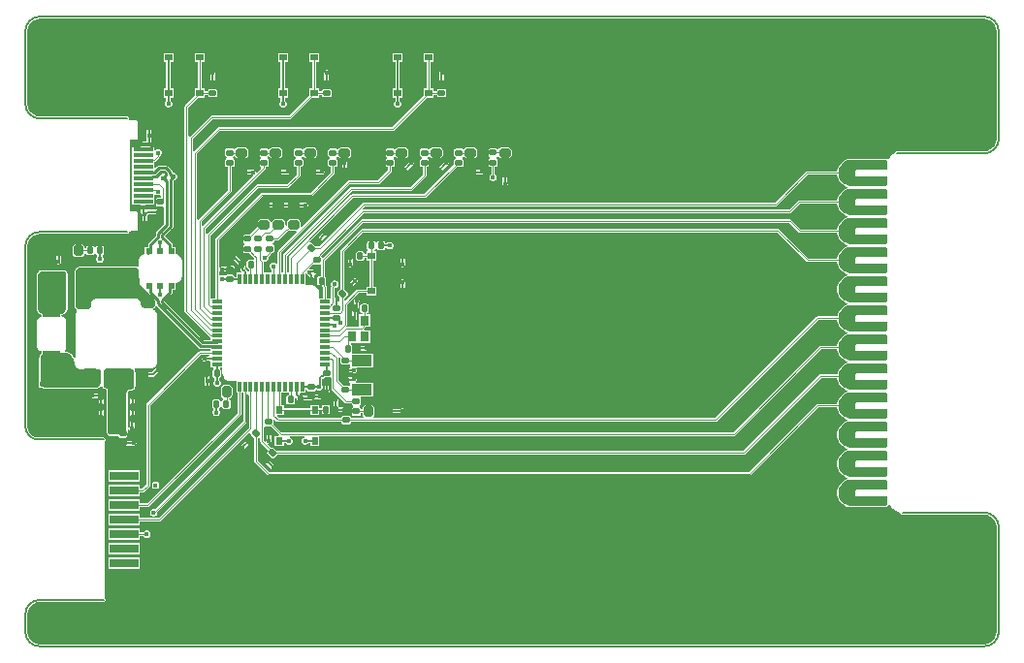
<source format=gbl>
G04*
G04 #@! TF.GenerationSoftware,Altium Limited,Altium Designer,26.2.0 (7)*
G04*
G04 Layer_Physical_Order=4*
G04 Layer_Color=16711680*
%FSLAX44Y44*%
%MOMM*%
G71*
G04*
G04 #@! TF.SameCoordinates,5073EF85-569D-4715-B1C4-D54BA00D27BC*
G04*
G04*
G04 #@! TF.FilePolarity,Positive*
G04*
G01*
G75*
%ADD10C,0.2000*%
%ADD14C,0.1000*%
%ADD17R,1.7000X0.7000*%
%ADD18R,1.7000X0.3000*%
%ADD19R,2.5000X0.8000*%
G04:AMPARAMS|DCode=20|XSize=0.54mm|YSize=0.6mm|CornerRadius=0.0675mm|HoleSize=0mm|Usage=FLASHONLY|Rotation=0.000|XOffset=0mm|YOffset=0mm|HoleType=Round|Shape=RoundedRectangle|*
%AMROUNDEDRECTD20*
21,1,0.5400,0.4650,0,0,0.0*
21,1,0.4050,0.6000,0,0,0.0*
1,1,0.1350,0.2025,-0.2325*
1,1,0.1350,-0.2025,-0.2325*
1,1,0.1350,-0.2025,0.2325*
1,1,0.1350,0.2025,0.2325*
%
%ADD20ROUNDEDRECTD20*%
%ADD21C,0.1600*%
%ADD28C,4.0000*%
%ADD29C,0.2221*%
%ADD30C,1.0000*%
%ADD31C,0.4500*%
G04:AMPARAMS|DCode=32|XSize=0.54mm|YSize=0.6mm|CornerRadius=0.0675mm|HoleSize=0mm|Usage=FLASHONLY|Rotation=270.000|XOffset=0mm|YOffset=0mm|HoleType=Round|Shape=RoundedRectangle|*
%AMROUNDEDRECTD32*
21,1,0.5400,0.4650,0,0,270.0*
21,1,0.4050,0.6000,0,0,270.0*
1,1,0.1350,-0.2325,-0.2025*
1,1,0.1350,-0.2325,0.2025*
1,1,0.1350,0.2325,0.2025*
1,1,0.1350,0.2325,-0.2025*
%
%ADD32ROUNDEDRECTD32*%
G04:AMPARAMS|DCode=33|XSize=0.54mm|YSize=0.6mm|CornerRadius=0.0675mm|HoleSize=0mm|Usage=FLASHONLY|Rotation=225.000|XOffset=0mm|YOffset=0mm|HoleType=Round|Shape=RoundedRectangle|*
%AMROUNDEDRECTD33*
21,1,0.5400,0.4650,0,0,225.0*
21,1,0.4050,0.6000,0,0,225.0*
1,1,0.1350,-0.3076,0.0212*
1,1,0.1350,-0.0212,0.3076*
1,1,0.1350,0.3076,-0.0212*
1,1,0.1350,0.0212,-0.3076*
%
%ADD33ROUNDEDRECTD33*%
%ADD34R,1.5000X1.0000*%
%ADD35R,1.0000X1.0000*%
%ADD36R,0.6000X0.5000*%
%ADD37R,0.3000X0.9000*%
%ADD38R,0.9000X0.3000*%
%ADD39R,0.6500X0.6000*%
%ADD40R,0.6000X0.6500*%
%ADD41R,3.2500X2.1500*%
G04:AMPARAMS|DCode=42|XSize=0.95mm|YSize=0.8mm|CornerRadius=0.2mm|HoleSize=0mm|Usage=FLASHONLY|Rotation=0.000|XOffset=0mm|YOffset=0mm|HoleType=Round|Shape=RoundedRectangle|*
%AMROUNDEDRECTD42*
21,1,0.9500,0.4000,0,0,0.0*
21,1,0.5500,0.8000,0,0,0.0*
1,1,0.4000,0.2750,-0.2000*
1,1,0.4000,-0.2750,-0.2000*
1,1,0.4000,-0.2750,0.2000*
1,1,0.4000,0.2750,0.2000*
%
%ADD42ROUNDEDRECTD42*%
G04:AMPARAMS|DCode=43|XSize=0.95mm|YSize=0.8mm|CornerRadius=0.2mm|HoleSize=0mm|Usage=FLASHONLY|Rotation=90.000|XOffset=0mm|YOffset=0mm|HoleType=Round|Shape=RoundedRectangle|*
%AMROUNDEDRECTD43*
21,1,0.9500,0.4000,0,0,90.0*
21,1,0.5500,0.8000,0,0,90.0*
1,1,0.4000,0.2000,0.2750*
1,1,0.4000,0.2000,-0.2750*
1,1,0.4000,-0.2000,-0.2750*
1,1,0.4000,-0.2000,0.2750*
%
%ADD43ROUNDEDRECTD43*%
%ADD44R,0.8000X0.9000*%
%ADD45R,1.8000X1.0000*%
G36*
X841382Y549066D02*
X844003Y547980D01*
X846253Y546253D01*
X847980Y544003D01*
X849066Y541382D01*
X849436Y538574D01*
X849435Y538570D01*
Y444500D01*
X849436Y444496D01*
X849066Y441688D01*
X847980Y439067D01*
X846253Y436817D01*
X844003Y435090D01*
X841382Y434004D01*
X838574Y433634D01*
X838570Y433635D01*
X762000D01*
X761298Y433496D01*
X760702Y433098D01*
X760304Y432502D01*
X760165Y431800D01*
X759970Y431508D01*
X759788Y431472D01*
X758408Y430900D01*
X757166Y430070D01*
X756110Y429014D01*
X755280Y427772D01*
X754999Y427095D01*
X754103Y426660D01*
X753649Y426650D01*
X753495Y426688D01*
X753439Y426743D01*
X752505Y427130D01*
X752290D01*
X752091Y427212D01*
X721504Y427212D01*
X721402Y427170D01*
X721293Y427192D01*
X719085Y426752D01*
X718993Y426691D01*
X718882D01*
X716802Y425829D01*
X716723Y425751D01*
X716615Y425729D01*
X714743Y424478D01*
X714681Y424386D01*
X714578Y424344D01*
X712986Y422752D01*
X712944Y422649D01*
X712852Y422588D01*
X711601Y420715D01*
X711579Y420607D01*
X711501Y420528D01*
X710639Y418448D01*
Y418337D01*
X710578Y418245D01*
X710195Y416324D01*
X683686D01*
X682538Y415848D01*
X655664Y388974D01*
X296672D01*
X295524Y388498D01*
X257674Y350648D01*
X254552D01*
X251680Y353520D01*
X251126Y353890D01*
X250472Y354020D01*
X250086Y353943D01*
X249416Y354809D01*
X249337Y354991D01*
X287185Y392838D01*
X350222D01*
X351370Y393314D01*
X377993Y419937D01*
X382055D01*
X382709Y420067D01*
X383263Y420437D01*
X383633Y420992D01*
X383763Y421645D01*
Y425695D01*
X383633Y426349D01*
X383263Y426903D01*
X382868Y427166D01*
X382745Y427977D01*
X382775Y428555D01*
X383442Y429044D01*
X384701Y428845D01*
X385087Y428267D01*
X386079Y427604D01*
X387250Y427371D01*
X392750D01*
X393921Y427604D01*
X394913Y428267D01*
X395576Y429259D01*
X395809Y430430D01*
Y434430D01*
X395576Y435601D01*
X394913Y436593D01*
X393921Y437256D01*
X392750Y437489D01*
X387250D01*
X386079Y437256D01*
X385087Y436593D01*
X384588Y435845D01*
X383594Y435618D01*
X383135Y435628D01*
X382709Y435913D01*
X382055Y436043D01*
X377405D01*
X376752Y435913D01*
X376197Y435543D01*
X375827Y434989D01*
X375697Y434335D01*
Y430285D01*
X375827Y429632D01*
X376197Y429077D01*
X376752Y428707D01*
X377102Y428638D01*
Y427343D01*
X376752Y427273D01*
X376197Y426903D01*
X375827Y426349D01*
X375697Y425695D01*
Y422233D01*
X349549Y396086D01*
X286512D01*
X285364Y395610D01*
X231864Y342111D01*
X231389Y340962D01*
Y327500D01*
X229636D01*
Y342656D01*
X286168Y399188D01*
X337820D01*
X338968Y399664D01*
X350906Y411602D01*
X351382Y412750D01*
Y419937D01*
X352083D01*
X352737Y420067D01*
X353291Y420437D01*
X353661Y420992D01*
X353791Y421645D01*
Y425695D01*
X353661Y426348D01*
X353291Y426903D01*
X352737Y427273D01*
X352734Y427273D01*
X352677Y428579D01*
X353485Y429049D01*
X354682Y428874D01*
X355087Y428267D01*
X356079Y427604D01*
X357250Y427371D01*
X362750D01*
X363921Y427604D01*
X364913Y428267D01*
X365576Y429259D01*
X365809Y430430D01*
Y434430D01*
X365576Y435601D01*
X364913Y436593D01*
X363921Y437256D01*
X362750Y437489D01*
X357250D01*
X356079Y437256D01*
X355087Y436593D01*
X354602Y435866D01*
X353635Y435628D01*
X353138Y435645D01*
X352737Y435913D01*
X352083Y436043D01*
X347433D01*
X346780Y435913D01*
X346225Y435543D01*
X345855Y434989D01*
X345725Y434335D01*
Y430285D01*
X345855Y429632D01*
X346225Y429077D01*
X346780Y428707D01*
X347130Y428637D01*
Y427343D01*
X346780Y427273D01*
X346225Y426903D01*
X345855Y426348D01*
X345725Y425695D01*
Y421645D01*
X345855Y420992D01*
X346225Y420437D01*
X346780Y420067D01*
X347433Y419937D01*
X348134D01*
Y413423D01*
X337147Y402436D01*
X285496D01*
X284348Y401960D01*
X226864Y344477D01*
X226389Y343329D01*
Y327500D01*
X224636D01*
Y345022D01*
X284391Y404776D01*
X309118D01*
X310266Y405252D01*
X320934Y415920D01*
X321410Y417068D01*
Y419937D01*
X322111D01*
X322765Y420067D01*
X323319Y420437D01*
X323689Y420992D01*
X323819Y421645D01*
Y425695D01*
X323689Y426349D01*
X323319Y426903D01*
X322765Y427273D01*
X322745Y427277D01*
X322700Y428581D01*
X323515Y429045D01*
X324696Y428853D01*
X325087Y428267D01*
X326079Y427604D01*
X327250Y427371D01*
X332750D01*
X333921Y427604D01*
X334913Y428267D01*
X335576Y429259D01*
X335809Y430430D01*
Y434430D01*
X335576Y435601D01*
X334913Y436593D01*
X333921Y437256D01*
X332750Y437489D01*
X327250D01*
X326079Y437256D01*
X325087Y436593D01*
X324616Y435887D01*
X323670Y435636D01*
X323141Y435661D01*
X322765Y435913D01*
X322111Y436043D01*
X317461D01*
X316807Y435913D01*
X316253Y435543D01*
X315883Y434989D01*
X315753Y434335D01*
Y430285D01*
X315883Y429632D01*
X316253Y429077D01*
X316807Y428707D01*
X317158Y428638D01*
Y427343D01*
X316807Y427273D01*
X316253Y426903D01*
X315883Y426349D01*
X315753Y425695D01*
Y421645D01*
X315883Y420992D01*
X316253Y420437D01*
X316807Y420067D01*
X317461Y419937D01*
X318162D01*
Y417741D01*
X308445Y408024D01*
X283718D01*
X282570Y407548D01*
X242537Y367515D01*
X241267Y368041D01*
Y371452D01*
X241034Y372622D01*
X240371Y373615D01*
X239379Y374278D01*
X238208Y374511D01*
X232708D01*
X231537Y374278D01*
X230545Y373615D01*
X229882Y372622D01*
X229649Y371452D01*
Y368538D01*
X229583Y368487D01*
X228334Y369104D01*
X228313Y369149D01*
Y371452D01*
X228080Y372622D01*
X227417Y373615D01*
X226425Y374278D01*
X225254Y374511D01*
X219754D01*
X218584Y374278D01*
X217591Y373615D01*
X216928Y372622D01*
X216813Y372043D01*
X215518D01*
X215380Y372737D01*
X214717Y373729D01*
X213724Y374392D01*
X212554Y374625D01*
X207054D01*
X205884Y374392D01*
X204891Y373729D01*
X204228Y372737D01*
X203995Y371566D01*
Y367793D01*
X197063Y360861D01*
X193001D01*
X192348Y360731D01*
X191793Y360361D01*
X191423Y359807D01*
X191293Y359153D01*
Y355103D01*
X191423Y354450D01*
X191793Y353895D01*
X192348Y353525D01*
X192698Y353456D01*
Y352161D01*
X192348Y352091D01*
X191793Y351721D01*
X191423Y351166D01*
X191293Y350513D01*
Y346463D01*
X191423Y345810D01*
X191793Y345255D01*
X192348Y344885D01*
X193001Y344755D01*
X196763D01*
X200274Y341244D01*
X200301Y341233D01*
X201389Y340145D01*
Y339863D01*
X200401Y338805D01*
X196351D01*
X195697Y338675D01*
X195143Y338305D01*
X194773Y337751D01*
X194643Y337097D01*
Y332447D01*
X194773Y331794D01*
X195143Y331239D01*
X195697Y330869D01*
X196351Y330739D01*
X196389D01*
Y328682D01*
X196293Y328662D01*
X196252Y328660D01*
X194897Y329372D01*
X194454Y330034D01*
X194454Y330034D01*
X193097Y331391D01*
Y333450D01*
X193097Y333450D01*
X192942Y334230D01*
X192500Y334892D01*
X192500Y334892D01*
X191640Y335752D01*
X191620Y335852D01*
X191178Y336514D01*
X185636Y342056D01*
X184974Y342498D01*
X184194Y342653D01*
X183642D01*
X182862Y342498D01*
X182200Y342056D01*
X181758Y341394D01*
X181603Y340614D01*
X181758Y339834D01*
X182200Y339172D01*
X182862Y338730D01*
X183277Y338647D01*
X187832Y334092D01*
X187852Y333992D01*
X188294Y333330D01*
X189019Y332606D01*
Y330547D01*
X189174Y329766D01*
X189616Y329105D01*
X189951Y328770D01*
X189425Y327500D01*
X185513D01*
Y324039D01*
X183865D01*
Y324095D01*
X183735Y324748D01*
X183365Y325303D01*
X182810Y325673D01*
X182157Y325803D01*
X177507D01*
X176854Y325673D01*
X176299Y325303D01*
X176234Y325204D01*
X174933Y324921D01*
X174677Y324965D01*
X174561Y325081D01*
X173367Y325576D01*
X172073D01*
X171407Y325300D01*
X170137Y325998D01*
Y328688D01*
X170816Y329032D01*
X171407Y329180D01*
X171940Y328824D01*
X172720Y328669D01*
X172725Y328670D01*
X179555D01*
X179902Y328601D01*
X180848D01*
X181628Y328756D01*
X182290Y329198D01*
X183086Y329994D01*
X183528Y330656D01*
X183602Y331028D01*
X183716Y331199D01*
X183871Y331979D01*
X183716Y332759D01*
X183274Y333421D01*
X182612Y333863D01*
X181832Y334018D01*
X181052Y333863D01*
X180390Y333421D01*
X180202Y333233D01*
X179879Y332749D01*
X179832D01*
X179832Y332749D01*
X179827Y332748D01*
X172721D01*
X171941Y332593D01*
X171407Y332236D01*
X170816Y332384D01*
X170137Y332728D01*
Y356055D01*
X208477Y394394D01*
X250984D01*
X252132Y394870D01*
X270896Y413634D01*
X271372Y414782D01*
Y419937D01*
X272073D01*
X272726Y420067D01*
X273281Y420437D01*
X273651Y420992D01*
X273781Y421645D01*
Y425695D01*
X273651Y426348D01*
X273281Y426903D01*
X272731Y427270D01*
X272725Y427309D01*
X272672Y428579D01*
X273475Y429050D01*
X274677Y428881D01*
X275087Y428267D01*
X276080Y427604D01*
X277250Y427371D01*
X282750D01*
X283920Y427604D01*
X284913Y428267D01*
X285576Y429259D01*
X285809Y430430D01*
Y434430D01*
X285576Y435601D01*
X284913Y436593D01*
X283920Y437256D01*
X282750Y437489D01*
X277250D01*
X276080Y437256D01*
X275087Y436593D01*
X274597Y435859D01*
X273621Y435624D01*
X273137Y435639D01*
X272726Y435913D01*
X272073Y436043D01*
X267423D01*
X266770Y435913D01*
X266215Y435543D01*
X265845Y434989D01*
X265715Y434335D01*
Y430285D01*
X265845Y429632D01*
X266215Y429077D01*
X266770Y428707D01*
X267120Y428637D01*
Y427343D01*
X266770Y427273D01*
X266215Y426903D01*
X265845Y426348D01*
X265715Y425695D01*
Y421645D01*
X265845Y420992D01*
X266215Y420437D01*
X266770Y420067D01*
X267423Y419937D01*
X268124D01*
Y415454D01*
X250312Y397642D01*
X207804D01*
X206656Y397166D01*
X167365Y357875D01*
X166890Y356727D01*
Y304999D01*
X163168D01*
Y360261D01*
X204380Y401474D01*
X230124D01*
X231272Y401950D01*
X240924Y411602D01*
X241400Y412750D01*
Y419937D01*
X242101D01*
X242754Y420067D01*
X243309Y420437D01*
X243679Y420992D01*
X243809Y421645D01*
Y425695D01*
X243679Y426348D01*
X243309Y426903D01*
X242754Y427273D01*
X242738Y427276D01*
X242690Y428580D01*
X243504Y429047D01*
X244691Y428860D01*
X245087Y428267D01*
X246080Y427604D01*
X247250Y427371D01*
X252750D01*
X253920Y427604D01*
X254913Y428267D01*
X255576Y429259D01*
X255809Y430430D01*
Y434430D01*
X255576Y435601D01*
X254913Y436593D01*
X253920Y437256D01*
X252750Y437489D01*
X247250D01*
X246080Y437256D01*
X245087Y436593D01*
X244611Y435880D01*
X243658Y435633D01*
X243140Y435655D01*
X242754Y435913D01*
X242101Y436043D01*
X237451D01*
X236798Y435913D01*
X236243Y435543D01*
X235873Y434989D01*
X235743Y434335D01*
Y430285D01*
X235873Y429632D01*
X236243Y429077D01*
X236798Y428707D01*
X237148Y428637D01*
Y427343D01*
X236798Y427273D01*
X236243Y426903D01*
X235873Y426348D01*
X235743Y425695D01*
Y421645D01*
X235873Y420992D01*
X236243Y420437D01*
X236798Y420067D01*
X237451Y419937D01*
X238152D01*
Y413423D01*
X229452Y404722D01*
X203708D01*
X202560Y404246D01*
X160396Y362082D01*
X160120Y361415D01*
X158850Y361668D01*
Y366104D01*
X210952Y418206D01*
X211428Y419354D01*
Y420057D01*
X212129D01*
X212782Y420187D01*
X213337Y420557D01*
X213707Y421111D01*
X213837Y421765D01*
Y425815D01*
X213707Y426469D01*
X213337Y427023D01*
X212782Y427393D01*
X212432Y427463D01*
Y428758D01*
X212782Y428827D01*
X213164Y429082D01*
X213585Y429142D01*
X214665Y428899D01*
X215087Y428267D01*
X216080Y427604D01*
X217250Y427371D01*
X222750D01*
X223920Y427604D01*
X224913Y428267D01*
X225576Y429259D01*
X225809Y430430D01*
Y434430D01*
X225576Y435601D01*
X224913Y436593D01*
X223920Y437256D01*
X222750Y437489D01*
X217250D01*
X216080Y437256D01*
X215087Y436593D01*
X214665Y435961D01*
X213585Y435718D01*
X213164Y435778D01*
X212782Y436033D01*
X212129Y436163D01*
X207479D01*
X206826Y436033D01*
X206271Y435663D01*
X205901Y435109D01*
X205771Y434455D01*
Y430405D01*
X205901Y429752D01*
X206271Y429197D01*
X206826Y428827D01*
X207176Y428758D01*
Y427463D01*
X206826Y427393D01*
X206271Y427023D01*
X205901Y426469D01*
X205771Y425815D01*
Y421765D01*
X205901Y421111D01*
X206271Y420557D01*
X206657Y420299D01*
X206902Y419635D01*
X207010Y418856D01*
X203397Y415243D01*
X203308Y415246D01*
X202101Y415743D01*
X202036Y416070D01*
X201594Y416732D01*
X201524Y416802D01*
X200862Y417244D01*
X200082Y417399D01*
X190352D01*
X190000Y417469D01*
X189220Y417314D01*
X188558Y416872D01*
X188116Y416210D01*
X187961Y415430D01*
X188116Y414650D01*
X188558Y413988D01*
X188628Y413918D01*
X188628Y413918D01*
X189290Y413476D01*
X190070Y413321D01*
X190070Y413321D01*
X199679D01*
X199884Y413072D01*
X200195Y412150D01*
X200199Y412045D01*
X156310Y368156D01*
X155221Y368437D01*
X155040Y368545D01*
Y371945D01*
X180980Y397886D01*
X181456Y399034D01*
Y420057D01*
X182157D01*
X182810Y420187D01*
X183365Y420558D01*
X183735Y421112D01*
X183865Y421765D01*
Y425815D01*
X183735Y426469D01*
X183365Y427023D01*
X182810Y427393D01*
X182460Y427463D01*
Y428758D01*
X182810Y428827D01*
X183168Y429066D01*
X183620Y429136D01*
X184679Y428878D01*
X185087Y428267D01*
X186080Y427604D01*
X187250Y427371D01*
X192750D01*
X193920Y427604D01*
X194913Y428267D01*
X195576Y429259D01*
X195809Y430430D01*
Y434430D01*
X195576Y435601D01*
X194913Y436593D01*
X193920Y437256D01*
X192750Y437489D01*
X187250D01*
X186080Y437256D01*
X185087Y436593D01*
X184679Y435982D01*
X183619Y435725D01*
X183168Y435794D01*
X182810Y436033D01*
X182157Y436163D01*
X177507D01*
X176854Y436033D01*
X176299Y435663D01*
X175929Y435109D01*
X175799Y434455D01*
Y430405D01*
X175929Y429752D01*
X176299Y429198D01*
X176854Y428827D01*
X177204Y428758D01*
Y427463D01*
X176854Y427393D01*
X176299Y427023D01*
X175929Y426469D01*
X175799Y425815D01*
Y421765D01*
X175929Y421112D01*
X176299Y420558D01*
X176854Y420187D01*
X177507Y420057D01*
X178208D01*
Y399706D01*
X152500Y373998D01*
X151411Y374278D01*
X151230Y374387D01*
Y431636D01*
X170853Y451258D01*
X321882D01*
X323030Y451734D01*
X351796Y480500D01*
X358000D01*
Y482877D01*
X360711D01*
Y482475D01*
X360841Y481822D01*
X361211Y481267D01*
X361766Y480897D01*
X362419Y480767D01*
X367069D01*
X367723Y480897D01*
X368277Y481267D01*
X368647Y481822D01*
X368777Y482475D01*
Y486525D01*
X368647Y487179D01*
X368277Y487733D01*
X367723Y488103D01*
X367069Y488233D01*
X362419D01*
X361766Y488103D01*
X361211Y487733D01*
X360841Y487179D01*
X360711Y486525D01*
Y486124D01*
X358000D01*
Y488500D01*
X355374D01*
Y511500D01*
X358000D01*
Y519500D01*
X349500D01*
Y511500D01*
X352126D01*
Y488500D01*
X349500D01*
Y482796D01*
X321209Y454506D01*
X170180D01*
X169032Y454030D01*
X148690Y433688D01*
X147601Y433969D01*
X147420Y434077D01*
Y444590D01*
X164503Y461672D01*
X232296D01*
X233444Y462148D01*
X251796Y480500D01*
X258000D01*
Y482876D01*
X260381D01*
Y482475D01*
X260511Y481822D01*
X260881Y481267D01*
X261436Y480897D01*
X262089Y480767D01*
X266739D01*
X267393Y480897D01*
X267947Y481267D01*
X268317Y481822D01*
X268447Y482475D01*
Y486525D01*
X268317Y487179D01*
X267947Y487733D01*
X267393Y488103D01*
X266739Y488233D01*
X262089D01*
X261436Y488103D01*
X260881Y487733D01*
X260511Y487179D01*
X260381Y486525D01*
Y486124D01*
X258000D01*
Y488500D01*
X255374D01*
Y511500D01*
X258000D01*
Y519500D01*
X249500D01*
Y511500D01*
X252126D01*
Y488500D01*
X249500D01*
Y482796D01*
X231623Y464920D01*
X163830D01*
X162682Y464444D01*
X144880Y446642D01*
X143791Y446922D01*
X143610Y447031D01*
Y472063D01*
X152046Y480500D01*
X158000D01*
Y482877D01*
X160813D01*
Y482475D01*
X160943Y481822D01*
X161313Y481267D01*
X161868Y480897D01*
X162521Y480767D01*
X167171D01*
X167824Y480897D01*
X168379Y481267D01*
X168749Y481822D01*
X168879Y482475D01*
Y486525D01*
X168749Y487179D01*
X168379Y487733D01*
X167824Y488103D01*
X167171Y488233D01*
X162521D01*
X161868Y488103D01*
X161313Y487733D01*
X160943Y487179D01*
X160813Y486525D01*
Y486124D01*
X158000D01*
Y488500D01*
X155374D01*
Y511500D01*
X158000D01*
Y519500D01*
X149500D01*
Y511500D01*
X152126D01*
Y488500D01*
X149500D01*
Y482546D01*
X140838Y473884D01*
X140362Y472736D01*
Y293878D01*
X140838Y292730D01*
X161951Y271617D01*
X163013Y271177D01*
Y269999D01*
X163013Y269999D01*
X163013D01*
X163013Y269999D01*
X162609Y268897D01*
X156859D01*
X123024Y302732D01*
Y302789D01*
X129097Y308862D01*
X129563Y309561D01*
X129727Y310384D01*
Y312716D01*
X132626D01*
Y318704D01*
X132900D01*
X133099Y318786D01*
X133315D01*
X135153Y319547D01*
X135305Y319699D01*
X135504Y319782D01*
X136910Y321188D01*
X136993Y321387D01*
X137145Y321539D01*
X137906Y323377D01*
Y323592D01*
X137988Y323791D01*
Y338641D01*
X137906Y338839D01*
Y339055D01*
X137145Y340892D01*
X136993Y341045D01*
X136910Y341244D01*
X135504Y342650D01*
X135305Y342733D01*
X135153Y342885D01*
X133315Y343646D01*
X133099D01*
X132900Y343728D01*
X132626D01*
Y349716D01*
X129727D01*
Y352048D01*
X129563Y352872D01*
X129097Y353570D01*
X123024Y359643D01*
Y359748D01*
X129821Y366545D01*
X130287Y367243D01*
X130451Y368067D01*
Y408148D01*
X130533Y408230D01*
X131456D01*
X132651Y408725D01*
X133565Y409639D01*
X134060Y410834D01*
Y412127D01*
X133565Y413321D01*
X132651Y414235D01*
X131456Y414730D01*
X130164D01*
X129776Y415903D01*
X129656Y416506D01*
X129190Y417205D01*
X125843Y420551D01*
X125145Y421017D01*
X124322Y421181D01*
X117908D01*
X117084Y421017D01*
X116386Y420551D01*
X114783Y418948D01*
X113610Y419434D01*
Y424102D01*
X114672Y424542D01*
X118241Y428111D01*
X118717Y429259D01*
Y429357D01*
X119189Y429553D01*
X120103Y430467D01*
X120598Y431661D01*
Y432954D01*
X120103Y434149D01*
X119189Y435063D01*
X117994Y435558D01*
X116701D01*
X115507Y435063D01*
X114880Y434436D01*
X113610Y434842D01*
Y437500D01*
X110864D01*
X110568Y437946D01*
X110374Y438770D01*
X110662Y439058D01*
X111104Y439720D01*
X111259Y440500D01*
X111259Y440500D01*
Y447040D01*
Y454568D01*
X111494Y454920D01*
X111649Y455700D01*
X111494Y456480D01*
X111052Y457142D01*
X110390Y457584D01*
X109610Y457739D01*
X108830Y457584D01*
X108168Y457142D01*
X107778Y456752D01*
X107336Y456090D01*
X107181Y455310D01*
Y447040D01*
Y442039D01*
X104110D01*
X103330Y441884D01*
X102668Y441442D01*
X102226Y440780D01*
X102071Y440000D01*
X102226Y439220D01*
X102527Y438770D01*
X102287Y437984D01*
X101966Y437500D01*
X94610D01*
Y432500D01*
X94610D01*
Y427500D01*
Y417500D01*
X94610D01*
Y412500D01*
X94610D01*
Y412500D01*
X94610D01*
Y408770D01*
X94610Y407500D01*
X94610Y407500D01*
X94610Y407500D01*
Y397500D01*
X94610Y392539D01*
X94610Y391556D01*
X94610Y387500D01*
X101966D01*
X102287Y387016D01*
X102527Y386230D01*
X102226Y385780D01*
X102071Y385000D01*
Y380690D01*
X102226Y379910D01*
X102668Y379249D01*
X103625Y378292D01*
Y371800D01*
X103780Y371020D01*
X104222Y370358D01*
X106722Y367858D01*
X106722Y367858D01*
X107384Y367416D01*
X108164Y367261D01*
X109610D01*
X110390Y367416D01*
X111052Y367858D01*
X111494Y368520D01*
X111649Y369300D01*
X111494Y370080D01*
X111052Y370742D01*
X110390Y371184D01*
X109610Y371339D01*
X109009D01*
X107703Y372645D01*
Y377478D01*
X108930Y378705D01*
X119126D01*
X119906Y378860D01*
X120568Y379302D01*
X121010Y379964D01*
X121165Y380744D01*
X121010Y381524D01*
X120568Y382186D01*
X119906Y382628D01*
X119126Y382783D01*
X108086D01*
X107419Y382651D01*
X107229Y382677D01*
X106149Y383383D01*
Y385000D01*
X105994Y385780D01*
X105694Y386230D01*
X105933Y387016D01*
X106254Y387500D01*
X113610D01*
X113610Y392289D01*
X113610Y393437D01*
X113610Y395992D01*
X114880Y396398D01*
X115507Y395771D01*
X116701Y395276D01*
X117994D01*
X118624Y395537D01*
X119894Y394817D01*
Y393117D01*
X116801D01*
X116147Y392987D01*
X115593Y392617D01*
X115223Y392062D01*
X115093Y391409D01*
Y387359D01*
X115223Y386706D01*
X115593Y386151D01*
X116147Y385781D01*
X116801Y385651D01*
X121451D01*
X122656Y384739D01*
Y370405D01*
X115859Y363607D01*
X115392Y362909D01*
X115228Y362085D01*
Y359643D01*
X109155Y353570D01*
X108689Y352872D01*
X108525Y352048D01*
Y349716D01*
X105626D01*
Y343728D01*
X105351D01*
X105153Y343646D01*
X104937D01*
X103099Y342885D01*
X102947Y342733D01*
X102748Y342650D01*
X101342Y341244D01*
X101259Y341045D01*
X101107Y340892D01*
X100346Y339055D01*
Y338839D01*
X100264Y338641D01*
Y333350D01*
X98994Y332586D01*
X98047Y332978D01*
X97832D01*
X97633Y333060D01*
X48722D01*
X48523Y332978D01*
X48307D01*
X46814Y332359D01*
X46662Y332207D01*
X46463Y332125D01*
X45319Y330981D01*
X45237Y330783D01*
X45085Y330630D01*
X44466Y329137D01*
Y328921D01*
X44384Y328722D01*
Y297945D01*
X44466Y297746D01*
Y297530D01*
X44853Y296597D01*
X45005Y296445D01*
X45087Y296246D01*
X45802Y295531D01*
X46001Y295449D01*
X46116Y295333D01*
X46157Y295262D01*
X46315Y293855D01*
X45954Y293494D01*
X45872Y293295D01*
X45719Y293143D01*
X45255Y292022D01*
Y291807D01*
X45173Y291608D01*
Y253891D01*
X45049Y253818D01*
X44677Y253690D01*
X43903Y253650D01*
X42998Y255004D01*
X42906Y255066D01*
X42863Y255168D01*
X41554Y256477D01*
X41452Y256520D01*
X41390Y256612D01*
X39851Y257640D01*
X39742Y257662D01*
X39664Y257740D01*
X37954Y258449D01*
X37843D01*
X37750Y258510D01*
X36172Y258824D01*
X35883Y259727D01*
X35865Y260007D01*
X35877Y260099D01*
X36402Y260624D01*
X36484Y260823D01*
X36637Y260975D01*
X36941Y261710D01*
Y261925D01*
X37023Y262124D01*
Y286098D01*
X36941Y286297D01*
Y286512D01*
X36637Y287247D01*
X36484Y287399D01*
X36402Y287598D01*
X35839Y288161D01*
X35640Y288243D01*
X35488Y288396D01*
X34753Y288700D01*
X34538D01*
X34339Y288782D01*
X33941D01*
X32884Y289385D01*
Y290764D01*
X33015D01*
X33213Y290846D01*
X33429D01*
X35296Y291619D01*
X35448Y291772D01*
X35647Y291854D01*
X37076Y293283D01*
X37158Y293482D01*
X37311Y293634D01*
X38084Y295501D01*
Y295717D01*
X38166Y295916D01*
Y326845D01*
X38084Y327044D01*
Y327259D01*
X37736Y328099D01*
X37584Y328251D01*
X37501Y328450D01*
X36858Y329093D01*
X36659Y329176D01*
X36507Y329328D01*
X35667Y329676D01*
X35452D01*
X35253Y329758D01*
X14888D01*
X14689Y329676D01*
X14474D01*
X13353Y329212D01*
X13201Y329060D01*
X13002Y328977D01*
X12145Y328120D01*
X12062Y327921D01*
X11910Y327769D01*
X11446Y326648D01*
Y326433D01*
X11364Y326234D01*
Y295509D01*
X11446Y295310D01*
Y295094D01*
X12142Y293414D01*
X12294Y293262D01*
X12377Y293063D01*
X13663Y291777D01*
X13862Y291694D01*
X14014Y291542D01*
X15686Y290849D01*
X15698Y290775D01*
X15761Y289576D01*
X14827Y288782D01*
X14429D01*
X14230Y288700D01*
X14015D01*
X13280Y288396D01*
X13128Y288243D01*
X12929Y288161D01*
X12366Y287598D01*
X12284Y287399D01*
X12132Y287247D01*
X11827Y286512D01*
Y286297D01*
X11745Y286098D01*
Y262124D01*
X11827Y261925D01*
Y261710D01*
X12132Y260975D01*
X12284Y260823D01*
X12366Y260624D01*
X12929Y260061D01*
X13128Y259979D01*
X13280Y259827D01*
X14015Y259522D01*
X14230D01*
X14429Y259440D01*
X15884D01*
Y257771D01*
X14486Y256373D01*
X14404Y256174D01*
X14251Y256022D01*
X13478Y254155D01*
Y253939D01*
X13396Y253741D01*
X13396Y233696D01*
X13139Y233312D01*
X13009Y232659D01*
Y228609D01*
X13139Y227955D01*
X13509Y227401D01*
X14064Y227031D01*
X14717Y226901D01*
X15647D01*
X15743Y226799D01*
X17264Y226114D01*
X17479Y226108D01*
X17675Y226019D01*
X18509Y225994D01*
X18526Y226000D01*
X18542Y225994D01*
X63088D01*
X63286Y226076D01*
X63502D01*
X65556Y226927D01*
X65708Y227079D01*
X65907Y227161D01*
X67244Y228498D01*
X68117Y228360D01*
X68300Y228304D01*
X68530Y228184D01*
X68575Y228150D01*
X68596Y228098D01*
Y227883D01*
X68828Y227323D01*
X68980Y227170D01*
X69063Y226971D01*
X69491Y226543D01*
X69690Y226460D01*
X69843Y226308D01*
X70403Y226076D01*
X70618D01*
X70817Y225994D01*
X71067D01*
X71300Y225971D01*
X71777Y225773D01*
X72103Y225447D01*
X72301Y224970D01*
X72324Y224737D01*
Y188217D01*
X72406Y188018D01*
Y187803D01*
X72793Y186869D01*
X72945Y186717D01*
X73027Y186518D01*
X73742Y185803D01*
X73941Y185721D01*
X74093Y185569D01*
X75026Y185182D01*
X75242D01*
X75441Y185100D01*
X82342D01*
X82457Y184522D01*
X82827Y183967D01*
X83382Y183597D01*
X84035Y183467D01*
X88685D01*
X89339Y183597D01*
X89893Y183967D01*
X90263Y184522D01*
X90393Y185175D01*
Y186949D01*
X90662Y187599D01*
Y187814D01*
X90744Y188013D01*
Y190951D01*
X90802Y191027D01*
X91929Y191138D01*
X92067Y190883D01*
X92014Y191146D01*
D01*
X92096Y190736D01*
X92096Y190736D01*
X92124Y190693D01*
X92538Y190074D01*
X93200Y189632D01*
X93980Y189477D01*
X94760Y189632D01*
X95422Y190074D01*
X95900Y190552D01*
X95900Y190552D01*
X96342Y191214D01*
X96497Y191994D01*
Y198669D01*
X96882Y199245D01*
X97037Y200025D01*
X97037Y200025D01*
Y220091D01*
X96882Y220871D01*
X96440Y221533D01*
X95778Y221975D01*
X94998Y222130D01*
X94218Y221975D01*
X93556Y221533D01*
X93114Y220871D01*
X92959Y220091D01*
Y200841D01*
X92574Y200266D01*
X92419Y199485D01*
Y193000D01*
X92014Y192533D01*
X90744Y193006D01*
Y222451D01*
X90787Y222882D01*
X91136Y223725D01*
X91743Y224332D01*
X92586Y224681D01*
X93018Y224724D01*
X93621Y224724D01*
X93820Y224806D01*
X94035D01*
X95249Y225309D01*
X95401Y225461D01*
X95600Y225543D01*
X96529Y226472D01*
X96611Y226671D01*
X96763Y226823D01*
X97266Y228037D01*
Y228252D01*
X97348Y228451D01*
X97348Y229108D01*
X97348Y229108D01*
Y240635D01*
X97266Y240834D01*
Y241049D01*
X96609Y242636D01*
X96569Y242676D01*
X96622Y243099D01*
X97075Y243946D01*
X111622D01*
X111821Y244028D01*
X112036D01*
X113717Y244724D01*
X113869Y244876D01*
X114068Y244959D01*
X115354Y246245D01*
X115436Y246444D01*
X115589Y246596D01*
X116285Y248276D01*
Y248492D01*
X116367Y248690D01*
Y291608D01*
X116285Y291807D01*
Y292022D01*
X115821Y293143D01*
X115668Y293295D01*
X115586Y293494D01*
X114729Y294351D01*
X114530Y294434D01*
X114377Y294586D01*
X113315Y295026D01*
X113236Y295249D01*
X113121Y296320D01*
X113570Y296506D01*
X113723Y296658D01*
X113921Y296741D01*
X114993Y297812D01*
X115031Y297904D01*
X115565Y298158D01*
X116592Y298139D01*
X153000Y261732D01*
X153698Y261265D01*
X154521Y261102D01*
X163013D01*
Y259123D01*
X153867D01*
X152719Y258647D01*
X107310Y213238D01*
X106834Y212090D01*
Y142659D01*
X102999Y138824D01*
X100990D01*
Y142200D01*
X73990D01*
Y132200D01*
X100990D01*
Y135576D01*
X103672D01*
X104820Y136052D01*
X109606Y140838D01*
X110082Y141986D01*
Y211418D01*
X154540Y255876D01*
X161832D01*
X161846Y255808D01*
X160809Y254538D01*
X158011D01*
Y254544D01*
X157123Y254367D01*
X156879Y254205D01*
X156369Y253864D01*
X156029Y253354D01*
X155866Y253111D01*
X155689Y252222D01*
X155695D01*
X155850Y251442D01*
X156292Y250780D01*
X156954Y250338D01*
X157734Y250183D01*
X157993Y250234D01*
X158011Y250220D01*
X158514Y250338D01*
X158697Y250460D01*
X161934D01*
X163013Y249999D01*
X163013Y249190D01*
Y244999D01*
X165854D01*
X165979Y243729D01*
X165725Y243679D01*
X165171Y243309D01*
X164801Y242754D01*
X164671Y242101D01*
Y237451D01*
X164801Y236798D01*
X165171Y236243D01*
X165725Y235873D01*
X166379Y235743D01*
X166491D01*
Y233571D01*
X165901Y232981D01*
X165406Y231786D01*
Y230494D01*
X165901Y229299D01*
X166815Y228385D01*
X168009Y227890D01*
X169303D01*
X170497Y228385D01*
X171411Y229299D01*
X171906Y230494D01*
Y231786D01*
X171411Y232981D01*
X170569Y233823D01*
Y235771D01*
X171082Y235873D01*
X171637Y236243D01*
X172007Y236798D01*
X172137Y237451D01*
Y242101D01*
X172007Y242754D01*
X171637Y243309D01*
X171082Y243679D01*
X170829Y243729D01*
X170954Y244999D01*
X173431D01*
Y238806D01*
X173513Y238608D01*
Y238392D01*
X174427Y236187D01*
X174579Y236035D01*
X174661Y235836D01*
X176349Y234148D01*
X176548Y234066D01*
X176700Y233913D01*
X178906Y233000D01*
X179121D01*
X179320Y232918D01*
X185513D01*
Y222500D01*
X186389D01*
Y204941D01*
X107531Y126084D01*
X100990D01*
Y129500D01*
X73990D01*
Y119500D01*
X100990D01*
Y122836D01*
X108204D01*
X109352Y123312D01*
X189161Y203120D01*
X189636Y204269D01*
Y222500D01*
X191389D01*
Y198003D01*
X114507Y121121D01*
X113931Y121360D01*
X112638D01*
X111443Y120865D01*
X110529Y119951D01*
X110034Y118757D01*
Y117464D01*
X110529Y116269D01*
X111443Y115355D01*
X112638Y114860D01*
X113931D01*
X115125Y115355D01*
X116039Y116269D01*
X116534Y117464D01*
Y118556D01*
X194161Y196182D01*
X194636Y197330D01*
Y221579D01*
X194905Y221843D01*
X195228D01*
X196389Y220684D01*
Y192081D01*
X117691Y113384D01*
X100990D01*
Y116800D01*
X73990D01*
Y106800D01*
X100990D01*
Y110136D01*
X118364D01*
X119512Y110612D01*
X196758Y187858D01*
X197929Y187233D01*
X197915Y187163D01*
X198045Y186509D01*
X198415Y185955D01*
X201220Y183150D01*
Y162916D01*
X201696Y161768D01*
X212466Y150998D01*
X213614Y150522D01*
X633476D01*
X634624Y150998D01*
X693503Y209876D01*
X710195D01*
X710578Y207955D01*
X710639Y207863D01*
Y207752D01*
X711501Y205672D01*
X711579Y205593D01*
X711601Y205485D01*
X712852Y203612D01*
X712944Y203551D01*
X712986Y203448D01*
X714578Y201856D01*
X714681Y201814D01*
X714743Y201722D01*
X716615Y200471D01*
X716723Y200449D01*
X716802Y200371D01*
X718882Y199509D01*
X718993D01*
X719085Y199448D01*
X719086Y199447D01*
X719086Y198153D01*
X719085Y198152D01*
X718993Y198091D01*
X718882D01*
X716802Y197229D01*
X716723Y197151D01*
X716615Y197129D01*
X714743Y195878D01*
X714681Y195786D01*
X714578Y195744D01*
X712986Y194152D01*
X712944Y194049D01*
X712852Y193988D01*
X711601Y192115D01*
X711579Y192007D01*
X711501Y191928D01*
X710639Y189848D01*
Y189737D01*
X710578Y189645D01*
X710138Y187437D01*
X710160Y187328D01*
X710118Y187226D01*
Y184974D01*
X710160Y184872D01*
X710138Y184763D01*
X710578Y182555D01*
X710639Y182463D01*
Y182352D01*
X711501Y180272D01*
X711579Y180193D01*
X711601Y180084D01*
X712852Y178212D01*
X712944Y178151D01*
X712986Y178048D01*
X714578Y176456D01*
X714681Y176414D01*
X714743Y176322D01*
X716615Y175071D01*
X716723Y175049D01*
X716802Y174971D01*
X718882Y174109D01*
X718993D01*
X719085Y174048D01*
X719086Y174047D01*
X719086Y172752D01*
X719085Y172752D01*
X718993Y172691D01*
X718882D01*
X716802Y171829D01*
X716723Y171751D01*
X716615Y171729D01*
X714743Y170478D01*
X714681Y170386D01*
X714578Y170344D01*
X712986Y168752D01*
X712944Y168649D01*
X712852Y168587D01*
X711601Y166715D01*
X711579Y166607D01*
X711501Y166528D01*
X710639Y164448D01*
Y164337D01*
X710578Y164245D01*
X710138Y162037D01*
X710160Y161928D01*
X710118Y161826D01*
Y159574D01*
X710160Y159472D01*
X710138Y159363D01*
X710578Y157155D01*
X710639Y157063D01*
Y156952D01*
X711501Y154872D01*
X711579Y154793D01*
X711601Y154684D01*
X712852Y152812D01*
X712944Y152751D01*
X712986Y152648D01*
X714578Y151056D01*
X714681Y151014D01*
X714743Y150922D01*
X716615Y149671D01*
X716723Y149649D01*
X716802Y149571D01*
X718882Y148709D01*
X718993D01*
X719085Y148648D01*
X719086Y148647D01*
X719086Y147353D01*
X719085Y147352D01*
X718993Y147291D01*
X718882D01*
X716802Y146429D01*
X716723Y146351D01*
X716615Y146329D01*
X714743Y145078D01*
X714681Y144986D01*
X714578Y144944D01*
X712986Y143352D01*
X712944Y143249D01*
X712852Y143188D01*
X711601Y141315D01*
X711579Y141207D01*
X711501Y141128D01*
X710639Y139048D01*
Y138937D01*
X710578Y138845D01*
X710138Y136637D01*
X710160Y136528D01*
X710118Y136426D01*
Y134174D01*
X710160Y134072D01*
X710138Y133963D01*
X710578Y131755D01*
X710639Y131663D01*
Y131552D01*
X711501Y129472D01*
X711579Y129393D01*
X711601Y129284D01*
X712852Y127412D01*
X712944Y127351D01*
X712986Y127248D01*
X714578Y125656D01*
X714681Y125614D01*
X714743Y125522D01*
X716615Y124271D01*
X716723Y124249D01*
X716802Y124171D01*
X718882Y123309D01*
X718993D01*
X719085Y123248D01*
X721293Y122808D01*
X721402Y122830D01*
X721504Y122788D01*
X751586Y122788D01*
X751586Y122788D01*
X752091D01*
X752290Y122870D01*
X752505D01*
X753439Y123257D01*
X753591Y123409D01*
X753790Y123491D01*
X754505Y124206D01*
X754587Y124405D01*
X754652Y124469D01*
X754930Y124550D01*
X756092Y124505D01*
X757263Y122753D01*
X759023Y120993D01*
X761093Y119610D01*
X763393Y118657D01*
X765107Y118316D01*
X765245Y118110D01*
X765384Y117408D01*
X765782Y116812D01*
X766378Y116414D01*
X767080Y116275D01*
X838588D01*
X838592Y116276D01*
X841401Y115906D01*
X844021Y114820D01*
X846272Y113093D01*
X847999Y110843D01*
X849084Y108222D01*
X849454Y105414D01*
X849453Y105410D01*
Y13970D01*
X849454Y13966D01*
X849084Y11158D01*
X847999Y8537D01*
X846272Y6287D01*
X844021Y4560D01*
X841401Y3474D01*
X838592Y3104D01*
X838588Y3105D01*
X13970D01*
X13966Y3104D01*
X11158Y3474D01*
X8537Y4560D01*
X6287Y6287D01*
X4560Y8537D01*
X3474Y11158D01*
X3104Y13966D01*
X3105Y13970D01*
Y29100D01*
X3104Y29104D01*
X3474Y31912D01*
X4560Y34533D01*
X6287Y36783D01*
X8537Y38510D01*
X11158Y39596D01*
X13966Y39966D01*
X13970Y39965D01*
X69456D01*
X70158Y40104D01*
X70754Y40502D01*
X71151Y41098D01*
X71291Y41800D01*
X71151Y42502D01*
X70754Y43098D01*
X70538Y43242D01*
Y180465D01*
X70690Y180566D01*
X71087Y181162D01*
X71227Y181864D01*
X71087Y182566D01*
X70690Y183162D01*
X70094Y183560D01*
X69392Y183699D01*
X12700D01*
Y183709D01*
X10219Y184036D01*
X7908Y184993D01*
X5922Y186516D01*
X4399Y188501D01*
X3442Y190813D01*
X3115Y193294D01*
X3105D01*
Y350520D01*
X3104Y350524D01*
X3474Y353332D01*
X4560Y355953D01*
X6287Y358203D01*
X8537Y359930D01*
X11158Y361016D01*
X13966Y361385D01*
X13970Y361385D01*
X90330D01*
X91032Y361524D01*
X91628Y361922D01*
X92026Y362518D01*
X92165Y363220D01*
X92160Y363244D01*
X92240Y363452D01*
X93094Y364404D01*
X93123Y364418D01*
X98610D01*
X99375Y364735D01*
X99692Y365500D01*
X99692Y380000D01*
X99375Y380765D01*
X98610Y381082D01*
X92610Y381082D01*
X92610Y443918D01*
X98610D01*
X99375Y444235D01*
X99692Y445000D01*
X99692Y459500D01*
X99375Y460265D01*
X98610Y460582D01*
X92610D01*
X92373Y460484D01*
X92141Y461045D01*
X91539Y461647D01*
X91665Y462280D01*
X91525Y462982D01*
X91128Y463578D01*
X90532Y463976D01*
X89830Y464115D01*
X13970D01*
X13966Y464114D01*
X11158Y464484D01*
X8537Y465570D01*
X6287Y467297D01*
X4560Y469547D01*
X3474Y472168D01*
X3104Y474976D01*
X3105Y474980D01*
Y538570D01*
X3104Y538574D01*
X3474Y541382D01*
X4560Y544003D01*
X6287Y546253D01*
X8537Y547980D01*
X11158Y549066D01*
X13966Y549436D01*
X13970Y549435D01*
X838570D01*
X838574Y549436D01*
X841382Y549066D01*
D02*
G37*
G36*
X753025Y425743D02*
X753739Y425029D01*
X754126Y424095D01*
Y423590D01*
Y423590D01*
X754126Y418002D01*
X728980Y418002D01*
X728336Y417938D01*
X727145Y417445D01*
X726235Y416535D01*
X725741Y415344D01*
X725678Y414700D01*
X725741Y414056D01*
X726235Y412865D01*
X727145Y411954D01*
X728336Y411461D01*
X728980Y411398D01*
Y411398D01*
X754126Y411398D01*
Y405810D01*
Y405305D01*
X753739Y404371D01*
X753025Y403657D01*
X752091Y403270D01*
X721504D01*
X719296Y403709D01*
X717216Y404571D01*
X715344Y405822D01*
X713752Y407414D01*
X712501Y409286D01*
X711639Y411366D01*
X711200Y413574D01*
Y414700D01*
Y415826D01*
X711639Y418034D01*
X712501Y420114D01*
X713752Y421986D01*
X715344Y423578D01*
X717216Y424829D01*
X719296Y425691D01*
X721504Y426130D01*
X722630D01*
X751586Y426130D01*
X752091D01*
X753025Y425743D01*
D02*
G37*
G36*
X710578Y411155D02*
X710639Y411063D01*
Y410952D01*
X711501Y408872D01*
X711579Y408793D01*
X711601Y408685D01*
X712852Y406812D01*
X712944Y406751D01*
X712986Y406648D01*
X714578Y405056D01*
X714681Y405014D01*
X714743Y404922D01*
X716615Y403671D01*
X716723Y403649D01*
X716802Y403571D01*
X718882Y402709D01*
X718993D01*
X719085Y402648D01*
X719086Y402647D01*
X719086Y401353D01*
X719085Y401352D01*
X718993Y401291D01*
X718882D01*
X716802Y400429D01*
X716723Y400351D01*
X716615Y400329D01*
X714743Y399078D01*
X714681Y398986D01*
X714578Y398944D01*
X712986Y397352D01*
X712944Y397249D01*
X712852Y397188D01*
X711601Y395315D01*
X711579Y395207D01*
X711501Y395128D01*
X710639Y393048D01*
Y392937D01*
X710578Y392845D01*
X710195Y390924D01*
X677082D01*
X675934Y390448D01*
X668110Y382624D01*
X296038D01*
X295768Y382953D01*
X295409Y383791D01*
X297344Y385726D01*
X656336D01*
X657484Y386202D01*
X684359Y413076D01*
X710195D01*
X710578Y411155D01*
D02*
G37*
G36*
X753025Y400343D02*
X753739Y399629D01*
X754126Y398695D01*
Y398190D01*
Y392602D01*
X728980Y392602D01*
X728336Y392538D01*
X727145Y392046D01*
X726235Y391134D01*
X725741Y389944D01*
X725678Y389300D01*
X725741Y388656D01*
X726235Y387465D01*
X727145Y386554D01*
X728336Y386061D01*
X728980Y385998D01*
Y385998D01*
X754126Y385998D01*
Y380410D01*
Y379905D01*
X753739Y378971D01*
X753025Y378257D01*
X752091Y377870D01*
X751586D01*
Y377870D01*
X722630Y377870D01*
X721504D01*
X719296Y378309D01*
X717216Y379171D01*
X715344Y380422D01*
X713752Y382014D01*
X712501Y383886D01*
X711639Y385966D01*
X711200Y388174D01*
Y389300D01*
Y390426D01*
X711639Y392634D01*
X712501Y394714D01*
X713752Y396586D01*
X715344Y398178D01*
X717216Y399429D01*
X719296Y400291D01*
X721504Y400730D01*
X752091D01*
X753025Y400343D01*
D02*
G37*
G36*
X710578Y385755D02*
X710639Y385663D01*
Y385552D01*
X711501Y383472D01*
X711579Y383393D01*
X711601Y383284D01*
X712852Y381412D01*
X712944Y381351D01*
X712986Y381248D01*
X714578Y379656D01*
X714681Y379614D01*
X714743Y379522D01*
X716615Y378271D01*
X716723Y378249D01*
X716802Y378171D01*
X718882Y377309D01*
X718993D01*
X719085Y377248D01*
X719086Y377247D01*
X719086Y375952D01*
X719085Y375952D01*
X718993Y375891D01*
X718882D01*
X716802Y375029D01*
X716723Y374951D01*
X716615Y374929D01*
X714743Y373678D01*
X714681Y373586D01*
X714578Y373544D01*
X712986Y371952D01*
X712944Y371849D01*
X712852Y371787D01*
X711601Y369915D01*
X711579Y369807D01*
X711501Y369728D01*
X710639Y367648D01*
Y367537D01*
X710578Y367445D01*
X710195Y365524D01*
X678427D01*
X670184Y373766D01*
X669036Y374242D01*
X295402D01*
X294254Y373766D01*
X261081Y340593D01*
X260753Y340597D01*
X259777Y341012D01*
X259417Y342211D01*
X296583Y379376D01*
X668782D01*
X669930Y379852D01*
X677755Y387676D01*
X710195D01*
X710578Y385755D01*
D02*
G37*
G36*
X753025Y374943D02*
X753739Y374229D01*
X754126Y373295D01*
Y372790D01*
Y367202D01*
X728980D01*
X728336Y367138D01*
X727145Y366646D01*
X726235Y365734D01*
X725741Y364544D01*
X725678Y363900D01*
X725741Y363256D01*
X726235Y362066D01*
X727145Y361154D01*
X728336Y360661D01*
X728980Y360598D01*
X754126D01*
Y355010D01*
Y354505D01*
X753739Y353571D01*
X753025Y352857D01*
X752091Y352470D01*
X751586D01*
Y352470D01*
X722630Y352470D01*
X721504D01*
X719296Y352909D01*
X717216Y353771D01*
X715344Y355022D01*
X713752Y356614D01*
X712501Y358486D01*
X711639Y360566D01*
X711200Y362774D01*
Y363900D01*
Y365026D01*
X711639Y367234D01*
X712501Y369314D01*
X713752Y371186D01*
X715344Y372778D01*
X717216Y374029D01*
X719296Y374891D01*
X721504Y375330D01*
X752091D01*
X753025Y374943D01*
D02*
G37*
G36*
X682883Y337352D02*
X684031Y336876D01*
X710195D01*
X710578Y334955D01*
X710639Y334863D01*
Y334752D01*
X711501Y332672D01*
X711579Y332593D01*
X711601Y332485D01*
X712852Y330612D01*
X712944Y330551D01*
X712986Y330448D01*
X714578Y328856D01*
X714681Y328814D01*
X714743Y328722D01*
X716615Y327471D01*
X716723Y327449D01*
X716802Y327371D01*
X718882Y326509D01*
X718993D01*
X719085Y326448D01*
X719086Y326447D01*
X719086Y325153D01*
X719085Y325152D01*
X718993Y325091D01*
X718882D01*
X716802Y324229D01*
X716723Y324151D01*
X716615Y324129D01*
X714743Y322878D01*
X714681Y322786D01*
X714578Y322744D01*
X712986Y321152D01*
X712944Y321049D01*
X712852Y320988D01*
X711601Y319115D01*
X711579Y319007D01*
X711501Y318928D01*
X710639Y316848D01*
Y316737D01*
X710578Y316645D01*
X710138Y314437D01*
X710160Y314328D01*
X710118Y314226D01*
Y311974D01*
X710160Y311872D01*
X710138Y311763D01*
X710578Y309555D01*
X710639Y309463D01*
Y309352D01*
X711501Y307272D01*
X711579Y307193D01*
X711601Y307085D01*
X712852Y305212D01*
X712944Y305151D01*
X712986Y305048D01*
X714578Y303456D01*
X714681Y303414D01*
X714743Y303322D01*
X716615Y302071D01*
X716723Y302049D01*
X716802Y301971D01*
X718882Y301109D01*
X718993D01*
X719085Y301048D01*
X719086Y301047D01*
X719086Y299753D01*
X719085Y299752D01*
X718993Y299691D01*
X718882D01*
X716802Y298829D01*
X716723Y298751D01*
X716615Y298729D01*
X714743Y297478D01*
X714681Y297386D01*
X714578Y297344D01*
X712986Y295752D01*
X712944Y295649D01*
X712852Y295588D01*
X711601Y293715D01*
X711579Y293607D01*
X711501Y293528D01*
X710639Y291448D01*
Y291337D01*
X710578Y291245D01*
X710313Y289914D01*
X709422D01*
X708274Y289438D01*
X708261Y289406D01*
X692912D01*
X691764Y288930D01*
X603338Y200504D01*
X305699D01*
X305371Y201039D01*
X305159Y201774D01*
X305698Y202579D01*
X305931Y203750D01*
Y209250D01*
X305698Y210420D01*
X305035Y211413D01*
X304042Y212076D01*
X302872Y212309D01*
X298872D01*
X297701Y212076D01*
X296709Y211413D01*
X296046Y210420D01*
X295813Y209250D01*
Y208124D01*
X294355D01*
Y208525D01*
X294225Y209179D01*
X293855Y209733D01*
X293300Y210103D01*
X292950Y210173D01*
Y211467D01*
X293300Y211537D01*
X293855Y211907D01*
X294225Y212461D01*
X294355Y213115D01*
Y217165D01*
X294225Y217819D01*
X293855Y218373D01*
X293691Y218482D01*
X294076Y219752D01*
X305148D01*
Y231752D01*
X290567D01*
X290203Y232472D01*
X290067Y233022D01*
X290428Y233562D01*
X290583Y234342D01*
X290428Y235122D01*
X289986Y235784D01*
X289324Y236226D01*
X288544Y236381D01*
X287764Y236226D01*
X287692Y236178D01*
X280873D01*
X280873Y236178D01*
X280093Y236023D01*
X279431Y235581D01*
X279228Y235378D01*
X278786Y234716D01*
X278631Y233936D01*
X278786Y233156D01*
X279228Y232494D01*
X279890Y232052D01*
X280670Y231897D01*
X281450Y232052D01*
X281522Y232100D01*
X284022D01*
X285148Y231752D01*
X285148Y230830D01*
Y229308D01*
X284963Y229156D01*
X283878Y228745D01*
X283648Y228899D01*
X282995Y229029D01*
X278933D01*
X274420Y233542D01*
Y252984D01*
X274294Y253286D01*
X275371Y254006D01*
X276637Y252739D01*
Y249183D01*
X276767Y248529D01*
X277137Y247975D01*
X277691Y247605D01*
X278345Y247475D01*
X282995D01*
X283648Y247605D01*
X283878Y247759D01*
X284963Y247348D01*
X285148Y247196D01*
X285148Y244752D01*
X284043Y244354D01*
X281597D01*
X281450Y244452D01*
X280670Y244607D01*
X279890Y244452D01*
X279228Y244010D01*
X278786Y243348D01*
X278631Y242568D01*
X278786Y241788D01*
X279228Y241126D01*
X279481Y240873D01*
X279481Y240873D01*
X280143Y240431D01*
X280923Y240276D01*
X280923Y240276D01*
X287617D01*
X287764Y240178D01*
X288544Y240023D01*
X289324Y240178D01*
X289986Y240620D01*
X290428Y241282D01*
X290583Y242062D01*
X290428Y242842D01*
X289986Y243504D01*
X290332Y244556D01*
X290479Y244752D01*
X305148D01*
Y256752D01*
X287060D01*
X286482Y258022D01*
X286557Y258134D01*
X286687Y258787D01*
Y263437D01*
X286557Y264090D01*
X286187Y264645D01*
X285852Y264868D01*
X285973Y265901D01*
X286063Y266138D01*
X291330D01*
Y266138D01*
X292330D01*
Y266138D01*
X302330D01*
Y277138D01*
X297392D01*
X296866Y278408D01*
X297534Y279076D01*
X297974Y280138D01*
X302330D01*
Y291138D01*
X299516D01*
X299461Y292385D01*
X300114Y292515D01*
X300669Y292885D01*
X301039Y293440D01*
X301169Y294093D01*
Y298743D01*
X301039Y299396D01*
X300669Y299951D01*
X300114Y300321D01*
X299461Y300451D01*
X295411D01*
X294757Y300321D01*
X294203Y299951D01*
X293833Y299396D01*
X293703Y298743D01*
Y294093D01*
X293833Y293440D01*
X294203Y292885D01*
X294757Y292515D01*
X295411Y292385D01*
X295356Y291138D01*
X292330D01*
Y280262D01*
X282322D01*
X282006Y280694D01*
X281660Y281532D01*
X282040Y282448D01*
Y299555D01*
X292258Y309774D01*
X298992D01*
Y307398D01*
X307492D01*
Y315398D01*
X304866D01*
Y338398D01*
X307492D01*
Y346398D01*
X306738D01*
X306371Y347609D01*
X306454Y347736D01*
X306475Y347749D01*
X306845Y348303D01*
X306852Y348337D01*
X306992Y348550D01*
X308233Y348534D01*
X308279Y348303D01*
X308650Y347749D01*
X309204Y347379D01*
X309857Y347249D01*
X313907D01*
X314561Y347379D01*
X315115Y347749D01*
X315485Y348303D01*
X315591Y348837D01*
X316166Y348998D01*
X316885Y349051D01*
X317409Y348527D01*
X318604Y348032D01*
X319897D01*
X321091Y348527D01*
X322005Y349441D01*
X322500Y350635D01*
Y351928D01*
X322005Y353123D01*
X321091Y354037D01*
X319897Y354532D01*
X318604D01*
X317409Y354037D01*
X316885Y353513D01*
X316166Y353566D01*
X315591Y353727D01*
X315485Y354260D01*
X315115Y354815D01*
X314561Y355185D01*
X313907Y355315D01*
X309857D01*
X309204Y355185D01*
X308650Y354815D01*
X308279Y354260D01*
X308209Y353910D01*
X306915D01*
X306845Y354260D01*
X306475Y354815D01*
X305921Y355185D01*
X305267Y355315D01*
X301217D01*
X300564Y355185D01*
X300009Y354815D01*
X299639Y354260D01*
X299509Y353607D01*
Y348957D01*
X299639Y348303D01*
X300009Y347749D01*
X300131Y347668D01*
X299746Y346398D01*
X298992D01*
Y343762D01*
X297357D01*
Y344463D01*
X297227Y345117D01*
X296857Y345671D01*
X296303Y346041D01*
X295649Y346171D01*
X291599D01*
X290945Y346041D01*
X290391Y345671D01*
X290021Y345117D01*
X289891Y344463D01*
Y339813D01*
X290021Y339160D01*
X290391Y338605D01*
X290945Y338235D01*
X291599Y338105D01*
X295649D01*
X296303Y338235D01*
X296857Y338605D01*
X297227Y339160D01*
X297357Y339813D01*
Y340514D01*
X298992D01*
Y338398D01*
X301618D01*
Y315398D01*
X298992D01*
Y313022D01*
X291586D01*
X290438Y312546D01*
X280927Y303035D01*
X279754Y303521D01*
Y305053D01*
X279797Y305082D01*
X282661Y307946D01*
X283031Y308500D01*
X283161Y309153D01*
X283031Y309807D01*
X282661Y310361D01*
X279754Y313268D01*
Y346037D01*
X296075Y362358D01*
X657877D01*
X682883Y337352D01*
D02*
G37*
G36*
X676606Y362752D02*
X677754Y362276D01*
X710195D01*
X710578Y360355D01*
X710639Y360263D01*
Y360152D01*
X711501Y358072D01*
X711579Y357993D01*
X711601Y357884D01*
X712852Y356012D01*
X712944Y355951D01*
X712986Y355848D01*
X714578Y354256D01*
X714681Y354214D01*
X714743Y354122D01*
X716615Y352871D01*
X716723Y352849D01*
X716802Y352771D01*
X718882Y351909D01*
X718993D01*
X719085Y351848D01*
X719086Y351847D01*
X719086Y350552D01*
X719085Y350552D01*
X718993Y350491D01*
X718882D01*
X716802Y349629D01*
X716723Y349551D01*
X716615Y349529D01*
X714743Y348278D01*
X714681Y348186D01*
X714578Y348144D01*
X712986Y346552D01*
X712944Y346449D01*
X712852Y346387D01*
X711601Y344515D01*
X711579Y344407D01*
X711501Y344328D01*
X710639Y342248D01*
Y342137D01*
X710578Y342045D01*
X710195Y340124D01*
X684704D01*
X659697Y365130D01*
X658549Y365606D01*
X295402D01*
X294254Y365130D01*
X276982Y347858D01*
X276506Y346710D01*
Y313198D01*
X274094Y310785D01*
X273724Y310231D01*
X273594Y309577D01*
X273724Y308924D01*
X274094Y308370D01*
X275856Y306607D01*
X275825Y306542D01*
X274846Y305668D01*
X274066Y305823D01*
X273286Y305668D01*
X272624Y305226D01*
X271372Y305637D01*
Y314102D01*
X271519Y314250D01*
X272173D01*
X273367Y314745D01*
X274281Y315659D01*
X274776Y316854D01*
Y318146D01*
X274281Y319341D01*
X273367Y320255D01*
X272173Y320750D01*
X270879D01*
X269685Y320255D01*
X268771Y319341D01*
X268276Y318146D01*
Y316854D01*
X268643Y315966D01*
X268600Y315923D01*
X268124Y314775D01*
Y306223D01*
X268013Y304999D01*
X264137D01*
Y315548D01*
X263661Y316696D01*
X263559Y316798D01*
Y318136D01*
X263577Y318223D01*
Y322873D01*
X263447Y323526D01*
X263077Y324081D01*
X262993Y324137D01*
Y337912D01*
X296075Y370994D01*
X668363D01*
X676606Y362752D01*
D02*
G37*
G36*
X231537Y364626D02*
X232708Y364393D01*
X237619D01*
X238145Y363123D01*
X221864Y346843D01*
X221389Y345695D01*
Y336183D01*
X220119Y335657D01*
X219773Y336003D01*
X218578Y336498D01*
X217285D01*
X216091Y336003D01*
X215177Y335089D01*
X214682Y333895D01*
Y332602D01*
X215177Y331407D01*
X216091Y330493D01*
X216389Y330369D01*
Y327500D01*
X210513D01*
X209636Y328407D01*
Y336191D01*
X209807Y336899D01*
X210784Y337364D01*
X211213D01*
X212407Y337859D01*
X213321Y338773D01*
X213816Y339967D01*
Y341260D01*
X213726Y341478D01*
X215778Y343530D01*
X216254Y344678D01*
Y344753D01*
X216955D01*
X217609Y344883D01*
X218163Y345253D01*
X218533Y345807D01*
X218663Y346461D01*
Y350511D01*
X218533Y351165D01*
X218163Y351719D01*
X217609Y352089D01*
X217258Y352159D01*
Y353453D01*
X217609Y353523D01*
X218163Y353893D01*
X218533Y354448D01*
X218663Y355101D01*
Y355502D01*
X220998D01*
X222146Y355978D01*
X229860Y363692D01*
X229895D01*
X231043Y364168D01*
X231516Y364641D01*
X231537Y364626D01*
D02*
G37*
G36*
X753025Y349543D02*
X753739Y348829D01*
X754126Y347895D01*
Y347390D01*
Y341802D01*
X728980D01*
X728336Y341739D01*
X727145Y341245D01*
X726235Y340335D01*
X725741Y339144D01*
X725678Y338500D01*
X725741Y337856D01*
X726235Y336665D01*
X727145Y335754D01*
X728336Y335261D01*
X728980Y335198D01*
X754126D01*
Y329610D01*
Y329105D01*
X753739Y328171D01*
X753025Y327457D01*
X752091Y327070D01*
X751586D01*
Y327070D01*
X721504D01*
X719296Y327509D01*
X717216Y328371D01*
X715344Y329622D01*
X713752Y331214D01*
X712501Y333086D01*
X711639Y335166D01*
X711200Y337374D01*
Y338500D01*
Y339626D01*
X711639Y341834D01*
X712501Y343914D01*
X713752Y345786D01*
X715344Y347378D01*
X717216Y348629D01*
X719296Y349491D01*
X721504Y349930D01*
X752091D01*
X753025Y349543D01*
D02*
G37*
G36*
X252799Y334979D02*
X253453Y334849D01*
X258103D01*
X258475Y334923D01*
X259393Y334422D01*
X259745Y334113D01*
Y324581D01*
X257819D01*
X257166Y324451D01*
X256611Y324081D01*
X256241Y323526D01*
X256111Y322873D01*
Y318223D01*
X256241Y317570D01*
X256611Y317015D01*
X257166Y316645D01*
X257819Y316515D01*
X260312D01*
Y316125D01*
X260788Y314977D01*
X260890Y314875D01*
Y304999D01*
X257596D01*
Y311194D01*
X257513Y311392D01*
Y311608D01*
X256600Y313813D01*
X256448Y313965D01*
X256365Y314164D01*
X254677Y315852D01*
X254478Y315934D01*
X254326Y316087D01*
X252121Y317000D01*
X251906D01*
X251707Y317082D01*
X245513D01*
Y327173D01*
X245672Y327313D01*
X246973Y326981D01*
X247096Y326876D01*
X247478Y326304D01*
X249039Y324743D01*
Y320674D01*
X249194Y319894D01*
X249636Y319232D01*
X249762Y319106D01*
X250424Y318664D01*
X251204Y318509D01*
X251984Y318664D01*
X252646Y319106D01*
X253088Y319768D01*
X253243Y320548D01*
X253117Y321181D01*
Y325588D01*
X254221Y326548D01*
X254424D01*
X255204Y326704D01*
X255865Y327146D01*
X257220Y328500D01*
X257662Y329162D01*
X257817Y329942D01*
X257662Y330722D01*
X257220Y331384D01*
X256558Y331826D01*
X255778Y331981D01*
X254998Y331826D01*
X254336Y331384D01*
X253579Y330627D01*
X249629D01*
X249555Y330705D01*
X249012Y331806D01*
X252431Y335225D01*
X252799Y334979D01*
D02*
G37*
G36*
X753025Y324143D02*
X753739Y323429D01*
X754126Y322495D01*
Y321990D01*
X754126D01*
Y316402D01*
X728980D01*
X728336Y316339D01*
X727145Y315846D01*
X726235Y314935D01*
X725741Y313744D01*
X725678Y313100D01*
X725741Y312456D01*
X726235Y311266D01*
X727145Y310354D01*
X728336Y309861D01*
X728980Y309798D01*
X754126D01*
Y304210D01*
Y303705D01*
X753739Y302771D01*
X753025Y302057D01*
X752091Y301670D01*
X721504D01*
X719296Y302109D01*
X717216Y302971D01*
X715344Y304222D01*
X713752Y305814D01*
X712501Y307686D01*
X711639Y309766D01*
X711200Y311974D01*
Y313100D01*
Y314226D01*
X711639Y316434D01*
X712501Y318514D01*
X713752Y320386D01*
X715344Y321978D01*
X717216Y323229D01*
X719296Y324091D01*
X721504Y324530D01*
X752091D01*
X753025Y324143D01*
D02*
G37*
G36*
X99220Y331321D02*
X100264Y330277D01*
Y324786D01*
Y323791D01*
X100346Y323592D01*
Y323377D01*
X101092Y321576D01*
Y319278D01*
X101116Y318797D01*
X101303Y317854D01*
X101671Y316966D01*
X102205Y316166D01*
X102529Y315809D01*
X108667Y309671D01*
X108689Y309561D01*
X109155Y308862D01*
X113947Y304071D01*
X114040Y303931D01*
X114549Y302703D01*
X114808Y301400D01*
Y300736D01*
Y299978D01*
X114228Y298578D01*
X113156Y297506D01*
X111756Y296926D01*
X105160D01*
X103760Y297506D01*
X102688Y298578D01*
X102108Y299978D01*
Y300736D01*
X102020Y301628D01*
X101337Y303276D01*
X100076Y304538D01*
X98428Y305220D01*
X97536Y305308D01*
X64262D01*
X63221Y305205D01*
X61299Y304409D01*
X59827Y302937D01*
X59030Y301015D01*
X58928Y299974D01*
Y299720D01*
Y298962D01*
X58348Y297562D01*
X57276Y296490D01*
X55876Y295910D01*
X47501D01*
X46567Y296297D01*
X45853Y297011D01*
X45466Y297945D01*
Y298450D01*
Y327914D01*
Y328722D01*
X46085Y330216D01*
X47228Y331359D01*
X48722Y331978D01*
X97633D01*
X99220Y331321D01*
D02*
G37*
G36*
X36093Y328328D02*
X36736Y327685D01*
X37084Y326845D01*
Y326390D01*
Y296926D01*
Y295916D01*
X36311Y294048D01*
X34882Y292619D01*
X33015Y291846D01*
X16109D01*
X14428Y292542D01*
X13142Y293828D01*
X12446Y295509D01*
Y296418D01*
Y325628D01*
Y326234D01*
X12910Y327355D01*
X13767Y328212D01*
X14888Y328676D01*
X35253D01*
X36093Y328328D01*
D02*
G37*
G36*
X753025Y298743D02*
X753739Y298029D01*
X754126Y297095D01*
Y296590D01*
Y291002D01*
X728980D01*
X728336Y290938D01*
X727145Y290445D01*
X726235Y289534D01*
X725741Y288344D01*
X725678Y287700D01*
X725741Y287056D01*
X726235Y285865D01*
X727145Y284954D01*
X728336Y284461D01*
X728980Y284398D01*
Y284398D01*
X754126Y284398D01*
Y278810D01*
Y278305D01*
X753739Y277371D01*
X753025Y276657D01*
X752091Y276270D01*
X721504D01*
X719296Y276709D01*
X717216Y277571D01*
X715344Y278822D01*
X713752Y280414D01*
X712501Y282286D01*
X711639Y284366D01*
X711200Y286574D01*
Y287700D01*
Y288826D01*
X711639Y291034D01*
X712501Y293114D01*
X713752Y294986D01*
X715344Y296578D01*
X717216Y297829D01*
X719296Y298691D01*
X721504Y299130D01*
X752091D01*
X753025Y298743D01*
D02*
G37*
G36*
Y273343D02*
X753739Y272629D01*
X754126Y271695D01*
Y271190D01*
Y265602D01*
X728980Y265602D01*
X728336Y265539D01*
X727145Y265046D01*
X726235Y264135D01*
X725741Y262944D01*
X725678Y262300D01*
X725741Y261656D01*
X726235Y260466D01*
X727145Y259555D01*
X728336Y259061D01*
X728980Y258998D01*
Y258998D01*
X754126D01*
Y253410D01*
Y252905D01*
X753739Y251971D01*
X753025Y251257D01*
X752091Y250870D01*
X721504D01*
X719296Y251309D01*
X717216Y252171D01*
X715344Y253422D01*
X713752Y255014D01*
X712501Y256886D01*
X711639Y258966D01*
X711200Y261174D01*
Y262300D01*
Y263426D01*
X711639Y265634D01*
X712501Y267714D01*
X713752Y269586D01*
X715344Y271178D01*
X717216Y272429D01*
X719296Y273291D01*
X721504Y273730D01*
X752091D01*
X753025Y273343D01*
D02*
G37*
G36*
X37539Y257449D02*
X39250Y256740D01*
X40789Y255712D01*
X42098Y254403D01*
X43126Y252864D01*
X43835Y251153D01*
X44196Y249338D01*
Y248412D01*
X44289Y247470D01*
X45009Y245731D01*
X46341Y244399D01*
X48081Y243679D01*
X49022Y243586D01*
X64715D01*
X66022Y243045D01*
X67023Y242044D01*
X67564Y240737D01*
Y240030D01*
Y232664D01*
Y231553D01*
X66713Y229499D01*
X65141Y227927D01*
X63088Y227076D01*
X18542D01*
X17708Y227101D01*
X16187Y227786D01*
X15044Y229001D01*
X14453Y230560D01*
X14478Y231394D01*
X14478Y252730D01*
Y253741D01*
X15251Y255608D01*
X16680Y257037D01*
X18548Y257810D01*
X35724D01*
X37539Y257449D01*
D02*
G37*
G36*
X94394Y243437D02*
X95609Y242222D01*
X96266Y240635D01*
Y239776D01*
Y229108D01*
X96266Y229108D01*
X96266Y228451D01*
X95763Y227237D01*
X94834Y226309D01*
X93621Y225806D01*
X92964Y225806D01*
Y225806D01*
X92320Y225742D01*
X91130Y225250D01*
X90218Y224338D01*
X89725Y223148D01*
X89662Y222504D01*
Y188468D01*
Y188013D01*
X89314Y187173D01*
X88671Y186530D01*
X87831Y186182D01*
X75441D01*
X74507Y186569D01*
X73793Y187283D01*
X73406Y188217D01*
Y188722D01*
Y224790D01*
X73362Y225236D01*
X73021Y226060D01*
X72390Y226691D01*
X71566Y227032D01*
X71120Y227076D01*
X70817D01*
X70257Y227308D01*
X69828Y227737D01*
X69596Y228297D01*
Y228600D01*
X69596Y241046D01*
X69596D01*
Y241652D01*
X70060Y242773D01*
X70918Y243630D01*
X71680Y243946D01*
X93165D01*
X94394Y243437D01*
D02*
G37*
G36*
X753025Y247943D02*
X753739Y247229D01*
X754126Y246295D01*
Y245790D01*
X754126D01*
X754126Y240202D01*
X728980D01*
X728336Y240138D01*
X727145Y239646D01*
X726235Y238734D01*
X725741Y237544D01*
X725678Y236900D01*
X725741Y236256D01*
X726235Y235065D01*
X727145Y234154D01*
X728336Y233661D01*
X728980Y233598D01*
X754126D01*
Y228010D01*
Y227505D01*
X753739Y226571D01*
X753025Y225857D01*
X752091Y225470D01*
X751586D01*
Y225470D01*
X721504D01*
X719296Y225909D01*
X717216Y226771D01*
X715344Y228022D01*
X713752Y229614D01*
X712501Y231486D01*
X711639Y233566D01*
X711200Y235774D01*
Y236900D01*
Y238026D01*
X711639Y240234D01*
X712501Y242314D01*
X713752Y244186D01*
X715344Y245778D01*
X717216Y247029D01*
X719296Y247891D01*
X721504Y248330D01*
X752091D01*
X753025Y247943D01*
D02*
G37*
G36*
X268378Y235730D02*
Y226822D01*
X268854Y225674D01*
X280536Y213992D01*
X281684Y213516D01*
X286289D01*
Y213115D01*
X286419Y212461D01*
X286789Y211907D01*
X287344Y211537D01*
X287694Y211467D01*
Y210173D01*
X287344Y210103D01*
X286789Y209733D01*
X286419Y209179D01*
X286289Y208525D01*
Y204475D01*
X286419Y203822D01*
X286789Y203267D01*
X287344Y202897D01*
X287997Y202767D01*
X292647D01*
X293300Y202897D01*
X293855Y203267D01*
X294225Y203822D01*
X294355Y204475D01*
Y204876D01*
X295813D01*
Y203750D01*
X296046Y202579D01*
X296584Y201774D01*
X296373Y201039D01*
X296045Y200504D01*
X285465D01*
Y200905D01*
X285335Y201558D01*
X284965Y202113D01*
X284410Y202483D01*
X283757Y202613D01*
X279107D01*
X278454Y202483D01*
X277899Y202113D01*
X277529Y201558D01*
X277399Y200905D01*
Y200504D01*
X222670D01*
X220634Y202540D01*
X221160Y203810D01*
X227006D01*
Y206436D01*
X250006D01*
Y203810D01*
X258006D01*
Y206436D01*
X259917D01*
Y205701D01*
X260047Y205047D01*
X260417Y204493D01*
X260972Y204123D01*
X261625Y203993D01*
X265675D01*
X266329Y204123D01*
X266883Y204493D01*
X267253Y205047D01*
X267383Y205701D01*
Y210351D01*
X267253Y211005D01*
X266883Y211559D01*
X266329Y211929D01*
X265675Y212059D01*
X261625D01*
X260972Y211929D01*
X260417Y211559D01*
X260047Y211005D01*
X259917Y210351D01*
Y209684D01*
X258006D01*
Y212310D01*
X250006D01*
Y209684D01*
X227006D01*
Y212310D01*
X224636D01*
Y222500D01*
X231292D01*
Y220695D01*
X230891D01*
X230238Y220565D01*
X229683Y220195D01*
X229313Y219641D01*
X229183Y218987D01*
Y214337D01*
X229313Y213683D01*
X229683Y213129D01*
X230238Y212759D01*
X230891Y212629D01*
X234941D01*
X235595Y212759D01*
X236149Y213129D01*
X236519Y213683D01*
X236649Y214337D01*
Y217724D01*
X237919Y217849D01*
X237972Y217582D01*
X238414Y216920D01*
X240114Y215220D01*
X240776Y214778D01*
X241556Y214623D01*
X242336Y214778D01*
X242998Y215220D01*
X243670Y215892D01*
X249683D01*
X250463Y216047D01*
X251125Y216489D01*
X251798Y217162D01*
X258317D01*
X259097Y217317D01*
X259759Y217759D01*
X259760Y217760D01*
X260202Y218422D01*
X260357Y219202D01*
X260202Y219982D01*
X259760Y220644D01*
X259098Y221086D01*
X258318Y221241D01*
X258313Y221240D01*
X250953D01*
X250953Y221240D01*
X250173Y221085D01*
X249511Y220643D01*
X249511Y220643D01*
X248838Y219970D01*
X243591D01*
X242952Y220097D01*
X242042Y220055D01*
X241298Y220702D01*
X241298Y220702D01*
X240770Y221230D01*
X241296Y222500D01*
X245513D01*
Y225801D01*
X246922D01*
X247049Y225161D01*
X247419Y224607D01*
X247973Y224237D01*
X248627Y224107D01*
X253277D01*
X253930Y224237D01*
X254485Y224607D01*
X254652Y224858D01*
X255639Y225217D01*
X256168Y225254D01*
X257164Y224842D01*
X258456D01*
X259651Y225337D01*
X260565Y226251D01*
X261060Y227446D01*
Y228738D01*
X260610Y229824D01*
Y234891D01*
X260759D01*
X261539Y235047D01*
X262201Y235489D01*
X263011Y236299D01*
X266485D01*
X267108Y236423D01*
X267139Y236429D01*
X268378Y235730D01*
D02*
G37*
G36*
X751586Y222930D02*
X752091D01*
X753025Y222543D01*
X753739Y221829D01*
X754126Y220895D01*
Y220390D01*
Y214802D01*
X728980D01*
X728336Y214739D01*
X727145Y214245D01*
X726235Y213335D01*
X725741Y212144D01*
X725678Y211500D01*
X725741Y210856D01*
X726235Y209666D01*
X727145Y208754D01*
X728336Y208261D01*
X728980Y208198D01*
X754126Y208198D01*
X754126Y202610D01*
Y202105D01*
X753739Y201171D01*
X753025Y200457D01*
X752091Y200070D01*
X751586D01*
Y200070D01*
X721504D01*
X719296Y200509D01*
X717216Y201371D01*
X715344Y202622D01*
X713752Y204214D01*
X712501Y206086D01*
X711639Y208166D01*
X711200Y210374D01*
Y211500D01*
Y212626D01*
X711639Y214834D01*
X712501Y216914D01*
X713752Y218786D01*
X715344Y220378D01*
X717216Y221629D01*
X719296Y222491D01*
X721504Y222930D01*
X722630D01*
X751586Y222930D01*
D02*
G37*
G36*
X710578Y284155D02*
X710639Y284063D01*
Y283952D01*
X711501Y281872D01*
X711579Y281793D01*
X711601Y281684D01*
X712852Y279812D01*
X712944Y279751D01*
X712986Y279648D01*
X714578Y278056D01*
X714681Y278014D01*
X714743Y277922D01*
X716615Y276671D01*
X716723Y276649D01*
X716802Y276571D01*
X718882Y275709D01*
X718993D01*
X719085Y275648D01*
X719086Y275647D01*
X719086Y274352D01*
X719085Y274352D01*
X718993Y274291D01*
X718882D01*
X716802Y273429D01*
X716723Y273351D01*
X716615Y273329D01*
X714743Y272078D01*
X714681Y271986D01*
X714578Y271944D01*
X712986Y270352D01*
X712944Y270249D01*
X712852Y270187D01*
X711601Y268315D01*
X711579Y268207D01*
X711501Y268128D01*
X710639Y266048D01*
Y265937D01*
X710578Y265845D01*
X710195Y263924D01*
X695624D01*
X694476Y263448D01*
X619342Y188314D01*
X224956D01*
X217901Y195369D01*
Y198885D01*
X218491Y199284D01*
X219132Y199450D01*
X220850Y197732D01*
X221998Y197256D01*
X277399D01*
Y196855D01*
X277529Y196201D01*
X277899Y195647D01*
X278454Y195277D01*
X279107Y195147D01*
X283757D01*
X284410Y195277D01*
X284965Y195647D01*
X285335Y196201D01*
X285465Y196855D01*
Y197256D01*
X604010D01*
X605158Y197732D01*
X693585Y286159D01*
X710179D01*
X710578Y284155D01*
D02*
G37*
G36*
Y258755D02*
X710639Y258663D01*
Y258552D01*
X711501Y256472D01*
X711579Y256393D01*
X711601Y256285D01*
X712852Y254412D01*
X712944Y254351D01*
X712986Y254248D01*
X714578Y252656D01*
X714681Y252614D01*
X714743Y252522D01*
X716615Y251271D01*
X716723Y251249D01*
X716802Y251171D01*
X718882Y250309D01*
X718993D01*
X719085Y250248D01*
X719086Y250247D01*
X719086Y248953D01*
X719085Y248952D01*
X718993Y248891D01*
X718882D01*
X716802Y248029D01*
X716723Y247951D01*
X716615Y247929D01*
X714743Y246678D01*
X714681Y246586D01*
X714578Y246544D01*
X712986Y244952D01*
X712944Y244849D01*
X712852Y244788D01*
X711601Y242915D01*
X711579Y242807D01*
X711501Y242728D01*
X710639Y240648D01*
Y240537D01*
X710578Y240445D01*
X710313Y239114D01*
X695452D01*
X694304Y238638D01*
X627476Y171810D01*
X220832D01*
X218172Y174470D01*
X217618Y174840D01*
X216965Y174970D01*
X216311Y174840D01*
X216018Y174644D01*
X212969Y177693D01*
X213595Y178863D01*
X213868Y178809D01*
X214648Y178964D01*
X215310Y179406D01*
X215752Y180068D01*
X215907Y180848D01*
Y188466D01*
X215752Y189246D01*
X215310Y189908D01*
X214648Y190350D01*
X213868Y190505D01*
X213088Y190350D01*
X212426Y189908D01*
X211984Y189246D01*
X211829Y188466D01*
Y180848D01*
X211883Y180575D01*
X210713Y179949D01*
X209636Y181026D01*
Y192813D01*
X210889Y193503D01*
X211543Y193373D01*
X215305D01*
X222598Y186080D01*
X222072Y184810D01*
X219006D01*
Y176310D01*
X227006D01*
Y178521D01*
X228871D01*
X229553Y177839D01*
X230748Y177344D01*
X232041D01*
X233235Y177839D01*
X234149Y178753D01*
X234644Y179947D01*
Y181241D01*
X234149Y182435D01*
X233235Y183349D01*
X232041Y183844D01*
X232155Y185066D01*
X244857D01*
X244972Y183844D01*
X243777Y183349D01*
X242863Y182435D01*
X242368Y181241D01*
Y179947D01*
X242863Y178753D01*
X243777Y177839D01*
X244972Y177344D01*
X246264D01*
X247459Y177839D01*
X248175Y178555D01*
X250006D01*
Y176310D01*
X258006D01*
X258006Y184810D01*
X259170Y185066D01*
X620014D01*
X621162Y185542D01*
X696296Y260676D01*
X710195D01*
X710578Y258755D01*
D02*
G37*
G36*
X753025Y197143D02*
X753739Y196429D01*
X754126Y195495D01*
Y194990D01*
Y194990D01*
Y189402D01*
X728980D01*
X728336Y189338D01*
X727145Y188846D01*
X726235Y187934D01*
X725741Y186744D01*
X725678Y186100D01*
X725741Y185456D01*
X726235Y184265D01*
X727145Y183354D01*
X728336Y182861D01*
X728980Y182798D01*
X754126D01*
Y177210D01*
Y176705D01*
X753739Y175771D01*
X753025Y175057D01*
X752091Y174670D01*
X721504D01*
X719296Y175109D01*
X717216Y175971D01*
X715344Y177222D01*
X713752Y178814D01*
X712501Y180686D01*
X711639Y182766D01*
X711200Y184974D01*
Y186100D01*
Y187226D01*
X711639Y189434D01*
X712501Y191514D01*
X713752Y193386D01*
X715344Y194978D01*
X717216Y196229D01*
X719296Y197091D01*
X721504Y197530D01*
X722630D01*
X751586Y197530D01*
X752091D01*
X753025Y197143D01*
D02*
G37*
G36*
X710138Y235563D02*
X710578Y233355D01*
X710639Y233263D01*
Y233152D01*
X711501Y231072D01*
X711579Y230993D01*
X711601Y230884D01*
X712852Y229012D01*
X712944Y228951D01*
X712986Y228848D01*
X714578Y227256D01*
X714681Y227214D01*
X714743Y227122D01*
X716615Y225871D01*
X716723Y225849D01*
X716802Y225771D01*
X718882Y224909D01*
X718993D01*
X719085Y224848D01*
X719086Y224847D01*
X719086Y223552D01*
X719085Y223552D01*
X718993Y223491D01*
X718882D01*
X716802Y222629D01*
X716723Y222551D01*
X716615Y222529D01*
X714743Y221278D01*
X714681Y221186D01*
X714578Y221144D01*
X712986Y219552D01*
X712944Y219449D01*
X712852Y219387D01*
X711601Y217515D01*
X711579Y217407D01*
X711501Y217328D01*
X710639Y215248D01*
Y215137D01*
X710578Y215045D01*
X710195Y213124D01*
X692830D01*
X691682Y212648D01*
X632803Y153770D01*
X214286D01*
X204468Y163589D01*
Y182853D01*
X205179Y183424D01*
X206389Y182891D01*
Y180354D01*
X206864Y179205D01*
X213678Y172392D01*
X212893Y171606D01*
X212523Y171052D01*
X212393Y170399D01*
X212523Y169745D01*
X212893Y169191D01*
X216181Y165903D01*
X216735Y165533D01*
X217389Y165403D01*
X218042Y165533D01*
X218596Y165903D01*
X221256Y168563D01*
X628149D01*
X629297Y169039D01*
X696124Y235866D01*
X708904D01*
X710138Y235563D01*
D02*
G37*
G36*
X753025Y171743D02*
X753739Y171029D01*
X754126Y170095D01*
Y169590D01*
Y164002D01*
X728980Y164002D01*
X728336Y163939D01*
X727145Y163445D01*
X726235Y162534D01*
X725741Y161344D01*
X725678Y160700D01*
X725741Y160056D01*
X726235Y158865D01*
X727145Y157954D01*
X728336Y157461D01*
X728980Y157398D01*
Y157398D01*
X754126Y157398D01*
Y151810D01*
Y151305D01*
X753739Y150371D01*
X753025Y149657D01*
X752091Y149270D01*
X751586D01*
Y149270D01*
X722630Y149270D01*
X721504D01*
X719296Y149709D01*
X717216Y150571D01*
X715344Y151822D01*
X713752Y153414D01*
X712501Y155286D01*
X711639Y157366D01*
X711200Y159574D01*
Y160700D01*
Y161826D01*
X711639Y164034D01*
X712501Y166114D01*
X713752Y167986D01*
X715344Y169578D01*
X717216Y170829D01*
X719296Y171691D01*
X721504Y172130D01*
X752091D01*
X753025Y171743D01*
D02*
G37*
G36*
Y146343D02*
X753739Y145629D01*
X754126Y144695D01*
Y144190D01*
Y138602D01*
X728980D01*
X728336Y138539D01*
X727145Y138046D01*
X726235Y137135D01*
X725741Y135944D01*
X725678Y135300D01*
X725741Y134656D01*
X726235Y133465D01*
X727145Y132554D01*
X728336Y132061D01*
X728980Y131998D01*
X754126D01*
Y126410D01*
Y125905D01*
X753739Y124971D01*
X753025Y124257D01*
X752091Y123870D01*
X751586D01*
Y123870D01*
X722630Y123870D01*
X721504D01*
X719296Y124309D01*
X717216Y125171D01*
X715344Y126422D01*
X713752Y128014D01*
X712501Y129886D01*
X711639Y131966D01*
X711200Y134174D01*
Y135300D01*
Y136426D01*
X711639Y138634D01*
X712501Y140714D01*
X713752Y142586D01*
X715344Y144178D01*
X717216Y145429D01*
X719296Y146291D01*
X721504Y146730D01*
X752091D01*
X753025Y146343D01*
D02*
G37*
%LPC*%
G36*
X364998Y504202D02*
X364118Y504027D01*
X363868Y503860D01*
X363373Y503529D01*
X363042Y503034D01*
X362875Y502784D01*
X362700Y501904D01*
X362705D01*
Y493140D01*
X362860Y492360D01*
X363302Y491698D01*
X363964Y491256D01*
X364744Y491101D01*
X365524Y491256D01*
X366186Y491698D01*
X366628Y492360D01*
X366783Y493140D01*
Y500495D01*
X366814Y500722D01*
X367025Y501904D01*
X367025Y501904D01*
X367037Y502158D01*
X366882Y502938D01*
X366882Y502938D01*
X366786Y503082D01*
X366440Y503600D01*
X365778Y504042D01*
X364998Y504197D01*
Y504202D01*
D02*
G37*
G36*
X264414Y504705D02*
X263634Y504550D01*
X262972Y504108D01*
X262530Y503446D01*
X262375Y502666D01*
Y493140D01*
X262530Y492360D01*
X262972Y491698D01*
X263634Y491256D01*
X264414Y491101D01*
X265194Y491256D01*
X265856Y491698D01*
X266298Y492360D01*
X266453Y493140D01*
Y502666D01*
X266298Y503446D01*
X265856Y504108D01*
X265194Y504550D01*
X264414Y504705D01*
D02*
G37*
G36*
X164846Y503943D02*
X164066Y503788D01*
X163404Y503346D01*
X162962Y502684D01*
X162807Y501904D01*
Y493140D01*
X162962Y492360D01*
X163404Y491698D01*
X164066Y491256D01*
X164846Y491101D01*
X165626Y491256D01*
X166288Y491698D01*
X166730Y492360D01*
X166885Y493140D01*
Y501904D01*
X166730Y502684D01*
X166288Y503346D01*
X165626Y503788D01*
X164846Y503943D01*
D02*
G37*
G36*
X330500Y519500D02*
X322000D01*
Y511500D01*
X324211D01*
Y488500D01*
X322000D01*
Y480500D01*
X324211D01*
Y477905D01*
X323381Y477075D01*
X322886Y475881D01*
Y474588D01*
X323381Y473393D01*
X324295Y472479D01*
X325490Y471984D01*
X326782D01*
X327977Y472479D01*
X328891Y473393D01*
X329386Y474588D01*
Y475881D01*
X328891Y477075D01*
X328289Y477677D01*
Y480500D01*
X330500D01*
Y488500D01*
X328289D01*
Y511500D01*
X330500D01*
Y519500D01*
D02*
G37*
G36*
X130500D02*
X122000D01*
Y511500D01*
X124211D01*
Y488500D01*
X122000D01*
Y480500D01*
X124211D01*
Y477803D01*
X123483Y477075D01*
X122988Y475881D01*
Y474588D01*
X123483Y473393D01*
X124397Y472479D01*
X125591Y471984D01*
X126884D01*
X128079Y472479D01*
X128993Y473393D01*
X129488Y474588D01*
Y475881D01*
X128993Y477075D01*
X128289Y477779D01*
Y480500D01*
X130500D01*
Y488500D01*
X128289D01*
Y511500D01*
X130500D01*
Y519500D01*
D02*
G37*
G36*
X230500D02*
X222000D01*
Y511500D01*
X224211D01*
Y488500D01*
X222000D01*
Y480500D01*
X224211D01*
Y477473D01*
X223559Y476821D01*
X223064Y475626D01*
Y474333D01*
X223559Y473139D01*
X224473Y472225D01*
X225667Y471730D01*
X226961D01*
X228155Y472225D01*
X229069Y473139D01*
X229564Y474333D01*
Y475626D01*
X229069Y476821D01*
X228289Y477601D01*
Y480500D01*
X230500D01*
Y488500D01*
X228289D01*
Y511500D01*
X230500D01*
Y519500D01*
D02*
G37*
G36*
X422750Y437489D02*
X417250D01*
X416079Y437256D01*
X415087Y436593D01*
X414659Y435951D01*
X413369Y435774D01*
X413235Y435797D01*
X412681Y436167D01*
X412027Y436297D01*
X407377D01*
X406724Y436167D01*
X406169Y435797D01*
X405799Y435243D01*
X405669Y434589D01*
Y430539D01*
X405799Y429885D01*
X406169Y429331D01*
X406724Y428961D01*
X407074Y428891D01*
Y427597D01*
X406724Y427527D01*
X406169Y427157D01*
X405799Y426603D01*
X405669Y425949D01*
Y421899D01*
X405799Y421245D01*
X406169Y420691D01*
X406724Y420321D01*
X407377Y420191D01*
X408078D01*
Y413817D01*
X407861Y413727D01*
X406947Y412813D01*
X406452Y411618D01*
Y410326D01*
X406947Y409131D01*
X407861Y408217D01*
X409055Y407722D01*
X410349D01*
X411543Y408217D01*
X412457Y409131D01*
X412952Y410326D01*
Y411618D01*
X412457Y412813D01*
X411543Y413727D01*
X411326Y413817D01*
Y420191D01*
X412027D01*
X412681Y420321D01*
X413235Y420691D01*
X413605Y421245D01*
X413735Y421899D01*
Y425949D01*
X413605Y426603D01*
X413235Y427157D01*
X413010Y427307D01*
X412825Y428445D01*
X412878Y428782D01*
X413346Y429176D01*
X414618Y428969D01*
X415087Y428267D01*
X416079Y427604D01*
X417250Y427371D01*
X422750D01*
X423921Y427604D01*
X424913Y428267D01*
X425576Y429259D01*
X425809Y430430D01*
Y434430D01*
X425576Y435601D01*
X424913Y436593D01*
X423921Y437256D01*
X422750Y437489D01*
D02*
G37*
G36*
X399796Y417583D02*
X399223Y417469D01*
X390000D01*
X389220Y417314D01*
X388558Y416872D01*
X388116Y416210D01*
X387961Y415430D01*
X388116Y414650D01*
X388558Y413988D01*
X389220Y413546D01*
X390000Y413391D01*
X399682D01*
X400462Y413546D01*
X401124Y413988D01*
X401238Y414102D01*
X401680Y414764D01*
X401835Y415544D01*
X401680Y416324D01*
X401238Y416986D01*
X400576Y417428D01*
X399796Y417583D01*
D02*
G37*
G36*
X368808Y425203D02*
X368028Y425048D01*
X367366Y424606D01*
X360229Y417469D01*
X360000D01*
X359220Y417314D01*
X358558Y416872D01*
X358116Y416210D01*
X357961Y415430D01*
X358116Y414650D01*
X358558Y413988D01*
X359220Y413546D01*
X360000Y413391D01*
X361074D01*
X361854Y413546D01*
X362516Y413988D01*
X370250Y421722D01*
X370692Y422384D01*
X370847Y423164D01*
X370692Y423944D01*
X370250Y424606D01*
X369588Y425048D01*
X368808Y425203D01*
D02*
G37*
G36*
X338328D02*
X337548Y425048D01*
X336886Y424606D01*
X329687Y417407D01*
X329220Y417314D01*
X328558Y416872D01*
X328116Y416210D01*
X327961Y415430D01*
X328116Y414650D01*
X328558Y413988D01*
X329220Y413546D01*
X330000Y413391D01*
X330594D01*
X331374Y413546D01*
X332036Y413988D01*
X339770Y421722D01*
X340212Y422384D01*
X340367Y423164D01*
X340212Y423944D01*
X339770Y424606D01*
X339108Y425048D01*
X338328Y425203D01*
D02*
G37*
G36*
X280162Y425711D02*
X279382Y425556D01*
X278720Y425114D01*
X278639Y425033D01*
X278197Y424371D01*
X278042Y423591D01*
Y415837D01*
X277961Y415430D01*
X278116Y414650D01*
X278558Y413988D01*
X279220Y413546D01*
X280000Y413391D01*
X280780Y413546D01*
X281442Y413988D01*
X281523Y414069D01*
X281965Y414731D01*
X282120Y415511D01*
X282120Y415511D01*
Y423265D01*
X282201Y423672D01*
X282046Y424452D01*
X281604Y425114D01*
X280942Y425556D01*
X280162Y425711D01*
D02*
G37*
G36*
X260350Y417583D02*
X260063Y417526D01*
X250057D01*
X249277Y417371D01*
X248615Y416929D01*
X248615Y416929D01*
X248558Y416872D01*
X248116Y416210D01*
X247961Y415430D01*
X248116Y414650D01*
X248558Y413988D01*
X249220Y413546D01*
X250000Y413391D01*
X250287Y413448D01*
X260293D01*
X261073Y413603D01*
X261735Y414045D01*
X261792Y414102D01*
X262234Y414764D01*
X262389Y415544D01*
X262234Y416324D01*
X261792Y416986D01*
X261130Y417428D01*
X260350Y417583D01*
D02*
G37*
G36*
X230378Y417583D02*
X229805Y417469D01*
X220000D01*
X219220Y417314D01*
X218558Y416872D01*
X218116Y416210D01*
X217961Y415430D01*
X218116Y414650D01*
X218558Y413988D01*
X219220Y413546D01*
X220000Y413391D01*
X230264D01*
X231044Y413546D01*
X231706Y413988D01*
X231820Y414102D01*
X232262Y414764D01*
X232417Y415544D01*
X232262Y416324D01*
X231820Y416986D01*
X231158Y417428D01*
X230378Y417583D01*
D02*
G37*
G36*
X420000Y417469D02*
X419220Y417314D01*
X418558Y416872D01*
X418116Y416210D01*
X417961Y415430D01*
X418116Y414650D01*
X418146Y414605D01*
Y405061D01*
X418301Y404281D01*
X418743Y403619D01*
X418928Y403434D01*
X419590Y402992D01*
X420370Y402837D01*
X421150Y402992D01*
X421812Y403434D01*
X422254Y404096D01*
X422409Y404876D01*
X422254Y405656D01*
X422224Y405701D01*
Y415245D01*
X422069Y416025D01*
X421627Y416687D01*
X421442Y416872D01*
X420780Y417314D01*
X420000Y417469D01*
D02*
G37*
G36*
X246126Y388627D02*
X245784Y388559D01*
X235526D01*
X235526Y388559D01*
X235184Y388491D01*
X222734D01*
X222447Y388548D01*
X210091D01*
X209804Y388605D01*
X209024Y388450D01*
X208362Y388008D01*
X207920Y387346D01*
X207765Y386566D01*
X207920Y385786D01*
X208362Y385124D01*
X208419Y385067D01*
X208419Y385067D01*
X209081Y384625D01*
X209861Y384470D01*
X222217D01*
X222504Y384413D01*
X235458D01*
X235800Y384481D01*
X246058D01*
X246838Y384636D01*
X247500Y385078D01*
X247568Y385146D01*
X248010Y385808D01*
X248165Y386588D01*
X248010Y387368D01*
X247568Y388030D01*
X246906Y388472D01*
X246126Y388627D01*
D02*
G37*
G36*
X262883Y363475D02*
X262103Y363319D01*
X261441Y362877D01*
X255352Y356788D01*
X254910Y356126D01*
X254755Y355346D01*
X254910Y354566D01*
X255352Y353904D01*
X256014Y353462D01*
X256794Y353307D01*
X257574Y353462D01*
X258236Y353904D01*
X264325Y359993D01*
X264767Y360655D01*
X264923Y361435D01*
X264767Y362216D01*
X264325Y362877D01*
X263664Y363319D01*
X262883Y363475D01*
D02*
G37*
G36*
X49616Y352773D02*
X45616D01*
X44446Y352540D01*
X43453Y351877D01*
X42790Y350885D01*
X42557Y349714D01*
Y344214D01*
X42790Y343044D01*
X43453Y342051D01*
X44446Y341388D01*
X45616Y341155D01*
X49616D01*
X50786Y341388D01*
X51779Y342051D01*
X52442Y343044D01*
X52675Y344214D01*
Y345340D01*
X54037D01*
Y344639D01*
X54167Y343985D01*
X54537Y343431D01*
X55092Y343061D01*
X55745Y342931D01*
X59795D01*
X60448Y343061D01*
X61003Y343431D01*
X61373Y343985D01*
X61442Y344336D01*
X62737D01*
X62807Y343985D01*
X63177Y343431D01*
X63731Y343061D01*
X63850Y343037D01*
X64056Y341702D01*
X63539Y341185D01*
X63044Y339991D01*
Y338698D01*
X63539Y337503D01*
X64453Y336589D01*
X65648Y336094D01*
X66940D01*
X68135Y336589D01*
X69049Y337503D01*
X69544Y338698D01*
Y339991D01*
X69049Y341185D01*
X68533Y341702D01*
X68526Y341789D01*
X68702Y342984D01*
X69089Y343061D01*
X69643Y343431D01*
X70013Y343985D01*
X70143Y344639D01*
Y349289D01*
X70013Y349943D01*
X69643Y350497D01*
X69089Y350867D01*
X68435Y350997D01*
X64385D01*
X63731Y350867D01*
X63177Y350497D01*
X62807Y349943D01*
X62737Y349592D01*
X61442D01*
X61373Y349943D01*
X61003Y350497D01*
X60448Y350867D01*
X59795Y350997D01*
X55745D01*
X55092Y350867D01*
X54537Y350497D01*
X54167Y349943D01*
X54037Y349289D01*
Y348588D01*
X52675D01*
Y349714D01*
X52442Y350885D01*
X51779Y351877D01*
X50786Y352540D01*
X49616Y352773D01*
D02*
G37*
G36*
X30616Y349003D02*
X29836Y348848D01*
X29174Y348406D01*
X28979Y348211D01*
X28537Y347549D01*
X28382Y346769D01*
Y337898D01*
X28342Y337838D01*
X28187Y337058D01*
X28342Y336278D01*
X28784Y335616D01*
X29446Y335174D01*
X30226Y335019D01*
X31006Y335174D01*
X31668Y335616D01*
X31863Y335811D01*
X31863Y335811D01*
X32305Y336473D01*
X32460Y337253D01*
Y346124D01*
X32500Y346184D01*
X32655Y346964D01*
X32500Y347744D01*
X32058Y348406D01*
X31396Y348848D01*
X30616Y349003D01*
D02*
G37*
G36*
X116502Y244355D02*
X115721Y244200D01*
X115060Y243758D01*
X115059Y243758D01*
X112241Y240939D01*
X103770D01*
X102990Y240784D01*
X102328Y240342D01*
X101886Y239680D01*
X101731Y238900D01*
X101886Y238120D01*
X102328Y237458D01*
X102990Y237016D01*
X103770Y236861D01*
X113085D01*
X113866Y237016D01*
X114527Y237458D01*
X117409Y240339D01*
X117874Y240432D01*
X118536Y240874D01*
X118978Y241536D01*
X119133Y242316D01*
X118978Y243096D01*
X118536Y243758D01*
X117874Y244200D01*
X117094Y244355D01*
X116502D01*
X116502Y244355D01*
D02*
G37*
G36*
X159764Y241815D02*
X158984Y241660D01*
X158322Y241218D01*
X157880Y240556D01*
X157725Y239776D01*
X157853Y239132D01*
Y232792D01*
X157922Y232445D01*
Y224071D01*
X157863Y223774D01*
X158018Y222994D01*
X158460Y222332D01*
X159122Y221890D01*
X159902Y221735D01*
X160682Y221890D01*
X161344Y222332D01*
X161403Y222391D01*
X161403Y222391D01*
X161845Y223053D01*
X162000Y223833D01*
Y232367D01*
X162059Y232664D01*
X161931Y233307D01*
Y239648D01*
X161931Y239648D01*
X161776Y240428D01*
X161334Y241090D01*
X161334Y241090D01*
X161206Y241218D01*
X160544Y241660D01*
X159764Y241815D01*
D02*
G37*
G36*
X178902Y229583D02*
X174902D01*
X173731Y229350D01*
X172739Y228687D01*
X172076Y227694D01*
X171843Y226524D01*
Y221024D01*
X172076Y219853D01*
X172739Y218861D01*
X173731Y218198D01*
X174291Y218087D01*
Y216792D01*
X174105Y216755D01*
X173551Y216385D01*
X173181Y215830D01*
X173111Y215480D01*
X171817D01*
X171747Y215830D01*
X171377Y216385D01*
X170823Y216755D01*
X170169Y216885D01*
X166119D01*
X165466Y216755D01*
X164911Y216385D01*
X164541Y215830D01*
X164411Y215177D01*
Y210527D01*
X164541Y209874D01*
X164911Y209319D01*
X165375Y209009D01*
X165504Y208708D01*
X165678Y207612D01*
X165393Y207327D01*
X164898Y206133D01*
Y204839D01*
X165393Y203645D01*
X166307Y202731D01*
X167502Y202236D01*
X168794D01*
X169989Y202731D01*
X170903Y203645D01*
X171398Y204839D01*
Y206133D01*
X170903Y207327D01*
X170617Y207613D01*
X170780Y208674D01*
X170916Y209011D01*
X171377Y209319D01*
X171747Y209874D01*
X171817Y210224D01*
X173111D01*
X173181Y209874D01*
X173551Y209319D01*
X174105Y208949D01*
X174759Y208819D01*
X178809D01*
X179463Y208949D01*
X180017Y209319D01*
X180387Y209874D01*
X180517Y210527D01*
Y215177D01*
X180387Y215830D01*
X180017Y216385D01*
X179463Y216755D01*
X179395Y216768D01*
Y218063D01*
X180072Y218198D01*
X181065Y218861D01*
X181728Y219853D01*
X181961Y221024D01*
Y226524D01*
X181728Y227694D01*
X181065Y228687D01*
X180072Y229350D01*
X178902Y229583D01*
D02*
G37*
G36*
X59944Y222511D02*
X59164Y222356D01*
X58502Y221914D01*
X58060Y221252D01*
X57905Y220472D01*
X58060Y219692D01*
X58502Y219030D01*
X58776Y218757D01*
X59437Y218314D01*
X60217Y218159D01*
X60218Y218159D01*
X65444D01*
Y199859D01*
X65444Y199859D01*
X65599Y199079D01*
X66041Y198417D01*
X66702Y197975D01*
X67483Y197820D01*
X68263Y197975D01*
X68925Y198417D01*
X69367Y199079D01*
X69522Y199859D01*
Y219925D01*
X69367Y220705D01*
X68925Y221367D01*
X68925Y221367D01*
X68651Y221640D01*
X67990Y222083D01*
X67209Y222238D01*
X60901D01*
X60724Y222356D01*
X59944Y222511D01*
D02*
G37*
G36*
X96193Y180999D02*
X95413Y180844D01*
X95047Y180599D01*
X86360D01*
X85580Y180444D01*
X84918Y180002D01*
X84476Y179340D01*
X84321Y178560D01*
X84476Y177780D01*
X84918Y177118D01*
X85580Y176676D01*
X86360Y176521D01*
X95793D01*
Y176513D01*
X96730Y176699D01*
X96933Y176835D01*
X97523Y177230D01*
X97918Y177820D01*
X98054Y178023D01*
X98240Y178960D01*
X98232D01*
X98077Y179740D01*
X97635Y180402D01*
X96973Y180844D01*
X96193Y180999D01*
D02*
G37*
G36*
X196589Y182880D02*
X195809Y182725D01*
X195147Y182283D01*
X194891Y181900D01*
X189566Y176575D01*
X189124Y175913D01*
X188969Y175133D01*
Y175006D01*
X189124Y174226D01*
X189566Y173564D01*
X190228Y173122D01*
X191008Y172967D01*
X191788Y173122D01*
X192450Y173564D01*
X192706Y173947D01*
X198031Y179272D01*
X198473Y179934D01*
X198629Y180714D01*
X198629Y180714D01*
Y180841D01*
X198473Y181622D01*
X198031Y182283D01*
X197370Y182725D01*
X196589Y182880D01*
D02*
G37*
G36*
X100990Y154900D02*
X73990D01*
Y144900D01*
X100990D01*
Y154900D01*
D02*
G37*
G36*
X115709Y145236D02*
X114416D01*
X113221Y144741D01*
X112307Y143827D01*
X111812Y142633D01*
Y141340D01*
X112307Y140145D01*
X113221Y139231D01*
X114416Y138736D01*
X115709D01*
X116903Y139231D01*
X117817Y140145D01*
X118312Y141340D01*
Y142633D01*
X117817Y143827D01*
X116903Y144741D01*
X115709Y145236D01*
D02*
G37*
G36*
X100990Y104100D02*
X73990D01*
Y94100D01*
X100990D01*
Y97476D01*
X104580D01*
X104687Y97219D01*
X105601Y96305D01*
X106796Y95810D01*
X108089D01*
X109283Y96305D01*
X110197Y97219D01*
X110692Y98413D01*
Y99706D01*
X110197Y100901D01*
X109283Y101815D01*
X108089Y102310D01*
X106796D01*
X105601Y101815D01*
X104687Y100901D01*
X104613Y100724D01*
X100990D01*
Y104100D01*
D02*
G37*
G36*
Y91400D02*
X73990D01*
Y81400D01*
X100990D01*
Y91400D01*
D02*
G37*
G36*
Y78700D02*
X73990D01*
Y68700D01*
X100990D01*
Y78700D01*
D02*
G37*
G36*
X330742Y344437D02*
X329962Y344282D01*
X329300Y343840D01*
X328858Y343178D01*
X328703Y342398D01*
Y334689D01*
X328669Y334518D01*
X328824Y333738D01*
X329266Y333076D01*
X329928Y332634D01*
X330708Y332479D01*
X331488Y332634D01*
X332150Y333076D01*
X332184Y333110D01*
X332184Y333110D01*
X332626Y333772D01*
X332781Y334552D01*
Y342398D01*
X332626Y343178D01*
X332184Y343840D01*
X331522Y344282D01*
X330742Y344437D01*
D02*
G37*
G36*
X284984Y344177D02*
X284204Y344022D01*
X283542Y343580D01*
X283100Y342918D01*
X282945Y342138D01*
Y335030D01*
X282949Y335010D01*
Y334518D01*
X283104Y333738D01*
X283546Y333076D01*
X284208Y332634D01*
X284988Y332479D01*
X285768Y332634D01*
X286430Y333076D01*
X286872Y333738D01*
X287027Y334518D01*
Y335026D01*
X287023Y335046D01*
Y342138D01*
X286868Y342918D01*
X286426Y343580D01*
X285764Y344022D01*
X284984Y344177D01*
D02*
G37*
G36*
X289306Y322714D02*
X288526Y322559D01*
X287864Y322117D01*
X287481Y321543D01*
X283045Y317107D01*
X282603Y316446D01*
X282447Y315665D01*
Y315475D01*
X282603Y314694D01*
X283045Y314033D01*
X283706Y313591D01*
X284487Y313435D01*
X285267Y313591D01*
X285929Y314033D01*
X286312Y314607D01*
X290748Y319042D01*
X290748Y319043D01*
X291190Y319704D01*
X291345Y320485D01*
Y320675D01*
X291190Y321455D01*
X290748Y322117D01*
X290086Y322559D01*
X289306Y322714D01*
D02*
G37*
G36*
X330708Y321825D02*
X329928Y321670D01*
X329266Y321228D01*
X328824Y320566D01*
X328669Y319786D01*
Y311432D01*
X328824Y310652D01*
X329266Y309990D01*
X329300Y309956D01*
X329962Y309514D01*
X330742Y309359D01*
X331522Y309514D01*
X332184Y309956D01*
X332626Y310618D01*
X332781Y311398D01*
X332747Y311569D01*
Y319786D01*
X332592Y320566D01*
X332150Y321228D01*
X331488Y321670D01*
X330708Y321825D01*
D02*
G37*
G36*
X290830Y305569D02*
X290050Y305414D01*
X289388Y304972D01*
X288910Y304494D01*
X288468Y303832D01*
X288312Y303052D01*
Y298818D01*
X287354Y297860D01*
X286912Y297198D01*
X286757Y296418D01*
Y288949D01*
X284888Y287080D01*
X284446Y286418D01*
X284291Y285638D01*
X284446Y284858D01*
X284888Y284196D01*
X285550Y283754D01*
X286330Y283599D01*
X287110Y283754D01*
X287772Y284196D01*
X290238Y286662D01*
X290680Y287324D01*
X290835Y288104D01*
X290835Y288104D01*
Y295573D01*
X291793Y296532D01*
X291794Y296532D01*
X292236Y297193D01*
X292391Y297974D01*
Y302266D01*
X292714Y302750D01*
X292869Y303530D01*
X292714Y304310D01*
X292272Y304972D01*
X291610Y305414D01*
X290830Y305569D01*
D02*
G37*
G36*
X298958Y263913D02*
X298178Y263758D01*
X298030Y263659D01*
X291848D01*
X291068Y263504D01*
X290406Y263062D01*
X290152Y262808D01*
X289710Y262146D01*
X289555Y261366D01*
Y261112D01*
X289710Y260332D01*
X290152Y259670D01*
X290814Y259228D01*
X291594Y259073D01*
X292374Y259228D01*
X292902Y259581D01*
X298704D01*
X299484Y259736D01*
X300146Y260178D01*
X300400Y260432D01*
X300842Y261094D01*
X300997Y261874D01*
X300842Y262654D01*
X300400Y263316D01*
X299738Y263758D01*
X298958Y263913D01*
D02*
G37*
G36*
X330708Y209267D02*
X329928Y209112D01*
X329615Y208903D01*
X318236D01*
X318236Y208903D01*
X317456Y208748D01*
X316794Y208306D01*
X316794Y208306D01*
X316430Y207942D01*
X315988Y207280D01*
X315833Y206500D01*
X315988Y205720D01*
X316430Y205058D01*
X317092Y204616D01*
X317872Y204461D01*
X318652Y204616D01*
X318965Y204825D01*
X330344D01*
X331124Y204980D01*
X331786Y205422D01*
X332150Y205786D01*
X332592Y206448D01*
X332747Y207228D01*
X332592Y208008D01*
X332150Y208670D01*
X331488Y209112D01*
X330708Y209267D01*
D02*
G37*
G36*
X264160Y233431D02*
X263380Y233276D01*
X262718Y232834D01*
X262276Y232172D01*
X262121Y231392D01*
X262276Y230612D01*
X262502Y230274D01*
Y224409D01*
X262657Y223629D01*
X263099Y222967D01*
X263480Y222586D01*
X264142Y222144D01*
X264922Y221989D01*
X265702Y222144D01*
X266364Y222586D01*
X266806Y223248D01*
X266961Y224028D01*
X266806Y224808D01*
X266580Y225146D01*
Y231011D01*
X266425Y231791D01*
X265983Y232453D01*
X265602Y232834D01*
X264940Y233276D01*
X264160Y233431D01*
D02*
G37*
G36*
X272288Y218701D02*
X271508Y218546D01*
X270846Y218104D01*
X270404Y217442D01*
X270249Y216662D01*
X270250Y216657D01*
Y208027D01*
X270405Y207247D01*
X270847Y206585D01*
X271101Y206331D01*
X271101Y206331D01*
X271763Y205889D01*
X272543Y205734D01*
X272543Y205734D01*
X280505D01*
X280652Y205636D01*
X281432Y205481D01*
X282212Y205636D01*
X282874Y206078D01*
X283316Y206740D01*
X283471Y207520D01*
X283316Y208300D01*
X282874Y208962D01*
X282621Y209215D01*
X281959Y209657D01*
X281179Y209812D01*
X274328D01*
Y216661D01*
X274328Y216661D01*
X274173Y217441D01*
X273731Y218103D01*
X273731Y218103D01*
X273730Y218104D01*
X273068Y218546D01*
X272288Y218701D01*
D02*
G37*
G36*
X211328Y166117D02*
X211067D01*
X210287Y165961D01*
X209625Y165519D01*
X209183Y164858D01*
X209028Y164077D01*
X209183Y163297D01*
X209625Y162635D01*
X210287Y162193D01*
X210338Y162183D01*
X216229Y156292D01*
X216891Y155850D01*
X217671Y155695D01*
X217932D01*
X218712Y155850D01*
X219374Y156292D01*
X219816Y156954D01*
X219971Y157734D01*
X219816Y158514D01*
X219374Y159176D01*
X218712Y159618D01*
X218661Y159628D01*
X212770Y165519D01*
X212108Y165961D01*
X211328Y166117D01*
D02*
G37*
%LPD*%
D10*
X172720Y322326D02*
G03*
X173046Y322000I326J0D01*
G01*
X95793Y178560D02*
G03*
X96193Y178960I0J400D01*
G01*
X364998Y502158D02*
G03*
X364744Y501904I0J-254D01*
G01*
X158011Y252499D02*
G03*
X157734Y252222I0J-277D01*
G01*
X30421Y346769D02*
X30616Y346964D01*
X30421Y337253D02*
Y346769D01*
X30226Y337058D02*
X30421Y337253D01*
X66352Y346906D02*
X66410Y346964D01*
X66352Y339402D02*
Y346906D01*
X66294Y339344D02*
X66352Y339402D01*
X184194Y340614D02*
X189736Y335072D01*
X183642Y340614D02*
X184194D01*
X189736Y334772D02*
Y335072D01*
X191058Y330547D02*
Y333450D01*
Y330547D02*
X193013Y328592D01*
X189736Y334772D02*
X191058Y333450D01*
X193013Y322000D02*
Y328592D01*
X172721Y330709D02*
X179831D01*
X180848Y322000D02*
X188013D01*
X188013Y322000D01*
X179902Y322000D02*
X180848D01*
X179832Y330710D02*
X179902Y330640D01*
X180848D01*
X181644Y331436D01*
Y331791D01*
X181832Y331979D01*
X180918Y330710D02*
X181644Y331436D01*
X179832Y330710D02*
X180918D01*
X173046Y322000D02*
X173244Y322198D01*
X179704D01*
X179902Y322000D01*
X179831Y330709D02*
X179832Y330710D01*
X172720Y330708D02*
X172721Y330709D01*
X272289Y208027D02*
X272543Y207773D01*
X281179D01*
X281432Y207520D01*
X256794Y355346D02*
X262883Y361435D01*
X248920Y327914D02*
X249594Y328588D01*
X254424D01*
X255778Y329942D01*
X251078Y320674D02*
Y325588D01*
X248920Y327746D02*
X251078Y325588D01*
X248920Y327746D02*
Y327914D01*
X251078Y320674D02*
X251204Y320548D01*
X284487Y315475D02*
Y315665D01*
X289306Y320485D02*
Y320675D01*
X284487Y315665D02*
X289306Y320485D01*
X288796Y296418D02*
X290352Y297974D01*
Y303052D01*
X290830Y303530D01*
X288796Y288104D02*
Y296418D01*
X191008Y175133D02*
X196589Y180714D01*
X191008Y175006D02*
Y175133D01*
X196589Y180714D02*
Y180841D01*
X213868Y180848D02*
Y188466D01*
X217671Y157734D02*
X217932D01*
X211328Y164077D02*
X217671Y157734D01*
X211067Y164077D02*
X211328D01*
X86360Y178560D02*
X95793D01*
X119126Y346216D02*
Y354330D01*
X168530Y231266D02*
Y239650D01*
Y231266D02*
X168656Y231140D01*
X168404Y239776D02*
X168530Y239650D01*
X168404Y239776D02*
Y247390D01*
X168513Y247499D01*
X243172Y227840D02*
X250952D01*
X243013Y228000D02*
X243172Y227840D01*
X257684Y227966D02*
X257810Y228092D01*
X251078Y227966D02*
X257684D01*
X250952Y227840D02*
X251078Y227966D01*
X264160Y240032D02*
Y246999D01*
X263660Y247499D02*
X264160Y246999D01*
X262513Y247499D02*
X263660D01*
X258571Y235759D02*
X259743Y236931D01*
X260759D01*
X263860Y240032D01*
X264160D01*
X258571Y228093D02*
Y235759D01*
X326136Y475234D02*
X326250D01*
Y515500D01*
X311882Y351282D02*
X319250D01*
X276128Y284450D02*
Y285510D01*
Y284450D02*
X276606Y283972D01*
X273350Y288288D02*
X276128Y285510D01*
X226250Y474980D02*
X226314D01*
X226250D02*
Y515500D01*
X273050Y288288D02*
X273350D01*
X262908Y287894D02*
X272656D01*
X273050Y288288D01*
X262513Y287499D02*
X262908Y287894D01*
X253972Y180594D02*
X254006Y180560D01*
X245618Y180594D02*
X253972D01*
X231360Y180560D02*
X231394Y180594D01*
X223006Y180560D02*
X231360D01*
X126238Y475234D02*
X126250D01*
Y484500D01*
Y515500D01*
X168144Y212852D02*
X168148D01*
Y205486D02*
Y212852D01*
X291594Y261112D02*
Y261366D01*
X298704Y261620D02*
X298958Y261874D01*
X291848Y261620D02*
X298704D01*
X291594Y261366D02*
X291848Y261620D01*
X159764Y239776D02*
X159892Y239648D01*
X159902Y223774D02*
X159961Y223833D01*
Y232605D01*
X160020Y232664D01*
X159892Y232792D02*
Y239648D01*
Y232792D02*
X160020Y232664D01*
X272289Y208027D02*
Y216661D01*
X272288Y216662D02*
X272289Y216661D01*
X67483Y199859D02*
Y219925D01*
X67483Y199859D02*
X67483Y199859D01*
X59944Y220472D02*
X60217Y220198D01*
X67209D01*
X67483Y219925D01*
X94998Y200025D02*
Y220091D01*
X93980Y191516D02*
X94458Y191994D01*
Y199485D01*
X94998Y200025D01*
X222447Y386509D02*
X222504Y386452D01*
X209861Y386509D02*
X222447D01*
X209804Y386566D02*
X209861Y386509D01*
X222504Y386452D02*
X235458D01*
X246058Y386520D02*
X246126Y386588D01*
X235526Y386520D02*
X246058D01*
X235458Y386452D02*
X235526Y386520D01*
X286330Y285638D02*
X288796Y288104D01*
X280670Y233936D02*
X280873Y234139D01*
X288341D02*
X288544Y234342D01*
X280670Y242568D02*
X280923Y242315D01*
X288291D02*
X288544Y242062D01*
X280923Y242315D02*
X288291D01*
X280873Y234139D02*
X288341D01*
X249683Y217931D02*
X250953Y219201D01*
X258317D02*
X258318Y219202D01*
X250953Y219201D02*
X258317D01*
X243079Y217931D02*
X249683D01*
X242952Y218058D02*
X243079Y217931D01*
X241556Y216662D02*
X242952Y218058D01*
X264541Y224409D02*
Y231011D01*
X264160Y231392D02*
X264541Y231011D01*
Y224409D02*
X264922Y224028D01*
X238013Y221104D02*
X239856Y219260D01*
Y218362D02*
X241556Y216662D01*
X238013Y221104D02*
Y228000D01*
X239856Y218362D02*
Y219260D01*
X364744Y493140D02*
Y501904D01*
X158011Y252499D02*
X168513D01*
X420185Y405061D02*
Y415245D01*
Y405061D02*
X420370Y404876D01*
X420000Y415430D02*
X420185Y415245D01*
X330594Y415430D02*
X338328Y423164D01*
X330000Y415430D02*
X330594D01*
X280081Y415511D02*
Y423591D01*
X280000Y415430D02*
X280081Y415511D01*
Y423591D02*
X280162Y423672D01*
X262513Y282499D02*
X269782D01*
X270849Y281432D01*
X271526D01*
X399682Y415430D02*
X399796Y415544D01*
X361074Y415430D02*
X368808Y423164D01*
X390000Y415430D02*
X399682D01*
X360000Y415430D02*
X361074D01*
X330742Y334552D02*
Y342398D01*
X330708Y311432D02*
X330742Y311398D01*
X330708Y334518D02*
X330742Y334552D01*
X330708Y311432D02*
Y319786D01*
X284988Y334518D02*
Y335026D01*
X264414Y493140D02*
Y502666D01*
X260293Y415487D02*
X260350Y415544D01*
X250000Y415430D02*
X250057Y415487D01*
X260293D01*
X230264Y415430D02*
X230378Y415544D01*
X220000Y415430D02*
X230264D01*
X284984Y335030D02*
Y342138D01*
Y335030D02*
X284988Y335026D01*
X274066Y303107D02*
Y303784D01*
X200082Y415360D02*
X200152Y415290D01*
X273050Y302092D02*
X274066Y303107D01*
X330344Y206864D02*
X330708Y207228D01*
X318236Y206864D02*
X330344D01*
X317872Y206500D02*
X318236Y206864D01*
X273050Y296928D02*
Y302092D01*
X164846Y493140D02*
Y501904D01*
X190070Y415360D02*
X200082D01*
X190000Y415430D02*
X190070Y415360D01*
X108086Y380744D02*
X119126D01*
X109220Y455310D02*
X109610Y455700D01*
X109220Y447040D02*
Y455310D01*
X108720Y440000D02*
X109220Y440500D01*
Y447040D01*
X104110Y440000D02*
X108720D01*
X104110Y380690D02*
Y385000D01*
X105802Y378460D02*
X108086Y380744D01*
X104110Y380690D02*
X105664Y379137D01*
Y378460D02*
X105802D01*
X105664D02*
Y379137D01*
Y371800D02*
Y378460D01*
X108164Y369300D02*
X109610D01*
X105664Y371800D02*
X108164Y369300D01*
X119126Y308102D02*
Y316216D01*
X113085Y238900D02*
X116502Y242316D01*
X117094D01*
X103770Y238900D02*
X113085D01*
D14*
X353500Y484500D02*
G03*
X353750Y484750I0J250D01*
G01*
X253500Y484500D02*
G03*
X253750Y484750I0J250D01*
G01*
X47616Y346964D02*
X57770D01*
X198013Y322000D02*
Y334409D01*
X198376Y334772D01*
X168513Y302499D02*
Y356727D01*
X278130Y309514D02*
Y346710D01*
X604010Y198880D02*
X692912Y287782D01*
X281432Y198880D02*
X604010D01*
X218013Y202866D02*
X221998Y198880D01*
X281432D01*
X270002Y226822D02*
X281684Y215140D01*
X290322D01*
Y206500D02*
X300872D01*
X270002Y226822D02*
Y250952D01*
X268455Y252499D02*
X270002Y250952D01*
X262513Y252499D02*
X268455D01*
X258346Y349024D02*
X296672Y387350D01*
X656336D02*
X683686Y414700D01*
X296672Y387350D02*
X656336D01*
X350222Y394462D02*
X379430Y423670D01*
X286512Y394462D02*
X350222D01*
X233013Y340962D02*
X286512Y394462D01*
X250897Y349024D02*
X258346D01*
X238013Y336565D02*
X250685Y349237D01*
X238013Y322000D02*
Y336565D01*
X717804Y414700D02*
Y415290D01*
X717804Y415290D02*
X717804Y415290D01*
X717214Y414700D02*
X717804Y415290D01*
X683686Y414700D02*
X717214D01*
X285496Y400812D02*
X337820D01*
X228013Y322000D02*
Y343329D01*
X285496Y400812D01*
X223013Y345695D02*
X283718Y406400D01*
X309118D01*
X223013Y322000D02*
Y345695D01*
X233013Y322000D02*
Y340962D01*
X261369Y338585D02*
X295402Y372618D01*
X261369Y322073D02*
Y338585D01*
X259844Y320548D02*
X261369Y322073D01*
X717214Y363900D02*
X717804Y364490D01*
X677754Y363900D02*
X717214D01*
X669036Y372618D02*
X677754Y363900D01*
X295402Y372618D02*
X669036D01*
X261936Y316125D02*
X262513Y315548D01*
X261936Y316125D02*
Y318456D01*
X259844Y320548D02*
X261936Y318456D01*
X262513Y302499D02*
Y315548D01*
X291586Y311398D02*
X303242D01*
X280416Y300228D02*
X291586Y311398D01*
X280416Y282448D02*
Y300228D01*
X302982Y342138D02*
X303242Y342398D01*
Y351282D01*
X202844Y162916D02*
X213614Y152146D01*
X202844Y162916D02*
Y186805D01*
X213614Y152146D02*
X633476D01*
X202512Y187137D02*
Y227500D01*
X203013Y228000D01*
X202512Y187137D02*
X202844Y186805D01*
X633476Y152146D02*
X692830Y211500D01*
X710184D01*
X717804D01*
X213013Y197962D02*
Y228000D01*
Y197962D02*
X213868Y197106D01*
X224284Y186690D02*
X620014D01*
X213868Y197106D02*
X214073D01*
X216260Y194919D01*
Y194714D02*
X224284Y186690D01*
X216260Y194714D02*
Y194919D01*
X217177Y170187D02*
X217322Y170042D01*
X220414D02*
X220560Y170187D01*
X628149D01*
X695452Y237490D01*
X217322Y170042D02*
X220414D01*
X208013Y180354D02*
Y228000D01*
Y180354D02*
X216154Y172212D01*
X295910Y381000D02*
X668782D01*
X677082Y389300D01*
X717214D01*
X709422Y288290D02*
X717804D01*
X295402Y363982D02*
X658549D01*
X684031Y338500D01*
X717214D01*
X620014Y186690D02*
X695624Y262300D01*
X710184D02*
X717804D01*
X695624D02*
X710184D01*
X710184Y237490D02*
X717804D01*
X695452D02*
X710184D01*
X717214Y389300D02*
X717804Y389890D01*
X717214Y338500D02*
X717804Y339090D01*
X278130Y346710D02*
X295402Y363982D01*
X278130Y294582D02*
Y309514D01*
X276276Y292728D02*
X278130Y294582D01*
X262741Y292728D02*
X276276D01*
X262513Y292500D02*
X262741Y292728D01*
X243013Y328102D02*
X295910Y381000D01*
X243013Y322000D02*
Y328102D01*
X692912Y287782D02*
X710184D01*
X218013Y202866D02*
Y228000D01*
X283572Y271638D02*
X286330D01*
X282954Y271020D02*
X283572Y271638D01*
X282954Y261112D02*
Y261366D01*
Y271020D01*
X282940Y271034D02*
X282954Y271020D01*
X282940Y271034D02*
X283544Y271638D01*
X296386Y284694D02*
X297330Y285638D01*
X294800Y278638D02*
X296386Y280224D01*
X281432Y278638D02*
X294800D01*
X296386Y280224D02*
Y284694D01*
X254006Y208060D02*
X263616D01*
X263650Y208026D01*
X254006Y208060D02*
X254006Y208060D01*
X214138Y362458D02*
X221132Y369452D01*
X222504D01*
X210056Y362458D02*
X214138D01*
X207116Y359518D02*
X210056Y362458D01*
X207116Y359313D02*
Y359518D01*
X204929Y357126D02*
X207116Y359313D01*
X204724Y357126D02*
X204929D01*
X229188Y365316D02*
X229895D01*
X234031Y369452D01*
X235458D01*
X220998Y357126D02*
X229188Y365316D01*
X214630Y357126D02*
X220998D01*
X206248Y338582D02*
Y346962D01*
X204724Y348486D02*
X206248Y346962D01*
Y338582D02*
X208013Y336818D01*
X203013Y322000D02*
Y340817D01*
X201438Y342392D02*
X203013Y340817D01*
X197718Y346096D02*
X201422Y342392D01*
X195531Y348488D02*
X197718Y346301D01*
X195326Y348488D02*
X195531D01*
X197718Y346096D02*
Y346301D01*
X201422Y342392D02*
X201438D01*
X297436Y288284D02*
Y296418D01*
X294896Y285638D02*
X297330D01*
X294896Y285744D02*
X297436Y288284D01*
X269174Y262499D02*
X280370Y251303D01*
X262513Y262499D02*
X269174D01*
X294692Y225296D02*
X295148Y225752D01*
X294692Y251208D02*
X295148Y250752D01*
X272796Y232870D02*
Y252984D01*
Y232870D02*
X280370Y225296D01*
X280670D01*
X268281Y257499D02*
X272796Y252984D01*
X262513Y257499D02*
X268281D01*
X280370Y251208D02*
Y251303D01*
Y251208D02*
X280670D01*
X280370D02*
X294692D01*
X280370Y225296D02*
X294692D01*
X232916Y216662D02*
Y227903D01*
X233013Y228000D01*
X113284Y118110D02*
X113792D01*
X193013Y197330D01*
Y228000D01*
X107402Y99100D02*
X107442Y99060D01*
X87490Y99100D02*
X107402D01*
X87530Y111760D02*
X118364D01*
X87490Y111800D02*
X87530Y111760D01*
X87490Y124500D02*
X87530Y124460D01*
X108204D01*
X103672Y137200D02*
X108458Y141986D01*
X87490Y137200D02*
X103672D01*
X108458Y141986D02*
Y212090D01*
X275467Y277499D02*
X280416Y282448D01*
X337820Y400812D02*
X349758Y412750D01*
X203708Y403098D02*
X230124D01*
X239776Y412750D02*
Y423670D01*
X230124Y403098D02*
X239776Y412750D01*
X262513Y272499D02*
X275293D01*
X281432Y278638D01*
X153416Y296926D02*
Y372618D01*
X218013Y322000D02*
Y333167D01*
X217932Y333248D02*
X218013Y333167D01*
X188013Y204269D02*
Y228000D01*
X141986Y293878D02*
X163099Y272765D01*
X141986Y293878D02*
Y472736D01*
X108458Y212090D02*
X153867Y257499D01*
X198013Y191409D02*
Y228000D01*
X118364Y111760D02*
X198013Y191409D01*
X262513Y267499D02*
X275373D01*
X279512Y271638D02*
X283544D01*
X275373Y267499D02*
X279512Y271638D01*
X208013Y322000D02*
Y336818D01*
X223013Y208067D02*
Y228000D01*
X349758Y412750D02*
Y423670D01*
X145796Y295148D02*
Y445262D01*
X269748Y301244D02*
Y314775D01*
X271526Y316553D02*
Y317500D01*
X262513Y297499D02*
X263513Y298499D01*
X267003D01*
X269748Y314775D02*
X271526Y316553D01*
X267003Y298499D02*
X269748Y301244D01*
X149606Y295910D02*
Y432308D01*
X170180Y452882D01*
X179832Y399034D02*
Y423790D01*
X153416Y372618D02*
X179832Y399034D01*
X232296Y463296D02*
X253500Y484500D01*
X163830Y463296D02*
X232296D01*
X145796Y445262D02*
X163830Y463296D01*
X141986Y472736D02*
X153750Y484500D01*
X157226Y298196D02*
Y366776D01*
X170180Y452882D02*
X321882D01*
X108204Y124460D02*
X188013Y204269D01*
X162843Y287499D02*
X168513D01*
X153416Y296926D02*
X162843Y287499D01*
X262513Y277499D02*
X275467D01*
X162923Y292499D02*
X168513D01*
X157226Y298196D02*
X162923Y292499D01*
X168248Y272765D02*
X168513Y272499D01*
X163099Y272765D02*
X168248D01*
X153867Y257499D02*
X168513D01*
X168168Y277845D02*
X168513Y277499D01*
X163099Y277845D02*
X168168D01*
X145796Y295148D02*
X163099Y277845D01*
X163017Y282499D02*
X168513D01*
X149606Y295910D02*
X163017Y282499D01*
X269748Y414782D02*
Y423670D01*
X250984Y396018D02*
X269748Y414782D01*
X207804Y396018D02*
X250984D01*
X168513Y356727D02*
X207804Y396018D01*
X161544Y360934D02*
X203708Y403098D01*
X161544Y299974D02*
Y360934D01*
Y299974D02*
X163205Y298313D01*
X167700D01*
X168513Y297499D01*
X209804Y419354D02*
Y423790D01*
X157226Y366776D02*
X209804Y419354D01*
X321882Y452882D02*
X353500Y484500D01*
X319786Y417068D02*
Y423670D01*
X309118Y406400D02*
X319786Y417068D01*
X223006Y208060D02*
X223013Y208067D01*
X379430Y423670D02*
X379730D01*
X353750Y484500D02*
X364744D01*
X353750Y484500D02*
Y484500D01*
Y484750D02*
Y515500D01*
X264414Y484500D02*
Y484500D01*
X253750Y484500D02*
X264414D01*
X253750Y484750D02*
Y515500D01*
X153750Y484500D02*
X164846D01*
X153750Y484500D02*
Y515500D01*
X176902Y212852D02*
Y223774D01*
X176784Y212852D02*
X176902D01*
X117093Y429259D02*
Y432053D01*
X104800Y425690D02*
X113524D01*
X117093Y432053D02*
X117348Y432308D01*
X113524Y425690D02*
X117093Y429259D01*
X104110Y425000D02*
X104800Y425690D01*
X104110Y400000D02*
X115012D01*
X116486Y398526D01*
X117348D01*
X104110Y405000D02*
X117690D01*
X119126Y389384D02*
X119331D01*
X121518Y391571D01*
Y401172D01*
X117690Y405000D02*
X121518Y401172D01*
X207230Y366992D02*
X209804Y369566D01*
X205490Y366992D02*
X207230D01*
X195626Y357128D02*
X205490Y366992D01*
X195326Y357128D02*
X195626D01*
X214630Y344678D02*
Y348486D01*
X210566Y340614D02*
X214630Y344678D01*
X419945Y432485D02*
X420000Y432430D01*
X409781Y432485D02*
X419945D01*
X409702Y432564D02*
X409781Y432485D01*
X389953Y432383D02*
X390000Y432430D01*
X379803Y432383D02*
X389953D01*
X379730Y432310D02*
X379803Y432383D01*
X359953Y432383D02*
X360000Y432430D01*
X349831Y432383D02*
X359953D01*
X349758Y432310D02*
X349831Y432383D01*
X329953Y432383D02*
X330000Y432430D01*
X319858Y432383D02*
X329953D01*
X319786Y432310D02*
X319858Y432383D01*
X409702Y410972D02*
Y423924D01*
X297330Y285638D02*
Y288178D01*
X297436Y288284D01*
X283544Y271638D02*
X286330D01*
X279953Y432383D02*
X280000Y432430D01*
X269820Y432383D02*
X279953D01*
X269748Y432310D02*
X269820Y432383D01*
X249953D02*
X250000Y432430D01*
X239848Y432383D02*
X249953D01*
X239776Y432310D02*
X239848Y432383D01*
X209804Y432430D02*
X220000D01*
X209804Y432430D02*
X209804Y432430D01*
X179832Y432430D02*
X179832Y432430D01*
X190000D01*
X223006Y208060D02*
X254006D01*
X293624Y342138D02*
X302982D01*
X303242Y311398D02*
Y342398D01*
D17*
X109610Y455700D02*
D03*
Y369300D02*
D03*
D18*
X104110Y440000D02*
D03*
Y435000D02*
D03*
X104110Y430000D02*
D03*
Y425000D02*
D03*
Y420000D02*
D03*
X104110Y415000D02*
D03*
Y410000D02*
D03*
X104110Y405000D02*
D03*
Y400000D02*
D03*
Y395000D02*
D03*
X104110Y390000D02*
D03*
Y385000D02*
D03*
D19*
X87490Y137200D02*
D03*
Y124500D02*
D03*
Y111800D02*
D03*
Y99100D02*
D03*
Y86400D02*
D03*
Y73700D02*
D03*
Y149900D02*
D03*
D20*
X272290Y208026D02*
D03*
X263650D02*
D03*
X259844Y320548D02*
D03*
X251204D02*
D03*
X66410Y346964D02*
D03*
X311882Y351282D02*
D03*
X168404Y239776D02*
D03*
X168144Y212852D02*
D03*
X76123Y219925D02*
D03*
X86358Y200025D02*
D03*
Y210185D02*
D03*
Y220091D02*
D03*
X76123Y210019D02*
D03*
X76123Y199859D02*
D03*
X176784Y212852D02*
D03*
X57770Y346964D02*
D03*
X94998Y200025D02*
D03*
X67483Y219925D02*
D03*
X67483Y199859D02*
D03*
X284984Y342138D02*
D03*
X293624D02*
D03*
X94998Y220091D02*
D03*
X198376Y334772D02*
D03*
X189736D02*
D03*
X297436Y296418D02*
D03*
X288796D02*
D03*
X282954Y261112D02*
D03*
X291594D02*
D03*
X232916Y216662D02*
D03*
X241556D02*
D03*
X159764Y239776D02*
D03*
X67483Y210019D02*
D03*
X303242Y351282D02*
D03*
X94998Y210185D02*
D03*
D21*
X13970Y363220D02*
G03*
X1270Y350520I0J-12700D01*
G01*
Y13970D02*
G03*
X13970Y1270I12700J0D01*
G01*
X1270Y474980D02*
G03*
X13970Y462280I12700J0D01*
G01*
X1270Y193294D02*
G03*
X12700Y181864I11430J0D01*
G01*
X13970Y41800D02*
G03*
X1270Y29100I0J-12700D01*
G01*
X13970Y551270D02*
G03*
X1270Y538570I0J-12700D01*
G01*
X851270D02*
G03*
X838570Y551270I-12700J0D01*
G01*
X838588Y1270D02*
G03*
X851288Y13970I0J12700D01*
G01*
X838570Y431800D02*
G03*
X851270Y444500I0J12700D01*
G01*
X851288Y105410D02*
G03*
X838588Y118110I-12700J0D01*
G01*
X12700Y181864D02*
X69392D01*
X767080Y118110D02*
X838588D01*
X1270Y474980D02*
Y538570D01*
Y193294D02*
Y350520D01*
Y13970D02*
Y29100D01*
X13970Y551270D02*
X838570D01*
X13970Y363220D02*
X90330D01*
X13970Y462280D02*
X89830D01*
X13970Y41800D02*
X69456D01*
X13970Y1270D02*
X838588D01*
X762000Y431800D02*
X838570D01*
X851288Y13970D02*
Y105410D01*
X851270Y444500D02*
Y538570D01*
D28*
X23970Y528570D02*
D03*
D29*
X117380Y300394D02*
X154521Y263254D01*
X120872Y301841D02*
X155967Y266745D01*
X117380Y300394D02*
Y303681D01*
X120872Y301841D02*
Y303681D01*
X154521Y263254D02*
X163980D01*
X164345Y262889D01*
X168124D01*
X168513Y262499D01*
X168124Y267110D02*
X168513Y267499D01*
X164345Y267110D02*
X168124D01*
X163980Y266745D02*
X164345Y267110D01*
X155967Y266745D02*
X163980D01*
X127575Y315165D02*
X128626Y316216D01*
X127575Y310384D02*
Y315165D01*
X120872Y303681D02*
X127575Y310384D01*
X110677D02*
X117380Y303681D01*
X110677Y310384D02*
Y315165D01*
X109626Y316216D02*
X110677Y315165D01*
X108237Y344827D02*
X109626Y346216D01*
X117380Y362085D02*
X124808Y369513D01*
X120872Y358751D02*
Y360639D01*
X128299Y368067D01*
Y409039D01*
X110677Y352048D02*
X117380Y358751D01*
Y362085D01*
X120872Y358751D02*
X127575Y352048D01*
X124808Y369513D02*
Y407515D01*
X112499Y411389D02*
X115205D01*
X121666Y409956D02*
X121736D01*
X124177Y412397D02*
Y414237D01*
X119354Y415538D02*
X122875D01*
X115205Y411389D02*
X119354Y415538D01*
X122875D02*
X124177Y414237D01*
X121736Y409956D02*
X124177Y412397D01*
X104185Y414925D02*
X113804D01*
X104110Y415000D02*
X104185Y414925D01*
X104110Y410000D02*
X111110D01*
X112499Y411389D01*
X130193Y411480D02*
X130810D01*
X129054Y412619D02*
X130193Y411480D01*
X128969Y412619D02*
X129054D01*
X127668Y413921D02*
X128969Y412619D01*
X127668Y413921D02*
Y415683D01*
X124322Y419029D02*
X127668Y415683D01*
X117908Y419029D02*
X124322D01*
X113804Y414925D02*
X117908Y419029D01*
X123422Y408817D02*
X123507D01*
X122283Y409956D02*
X123422Y408817D01*
X123507D02*
X124808Y407515D01*
X121666Y409956D02*
X122283D01*
X130740Y411480D02*
X130810D01*
X128299Y409039D02*
X130740Y411480D01*
X127575Y347267D02*
Y352048D01*
Y347267D02*
X128626Y346216D01*
X110677Y347267D02*
Y352048D01*
X109626Y346216D02*
X110677Y347267D01*
D30*
X717804Y135300D02*
D03*
Y414700D02*
D03*
Y186100D02*
D03*
Y160700D02*
D03*
Y236900D02*
D03*
Y211500D02*
D03*
Y389300D02*
D03*
Y363900D02*
D03*
Y338500D02*
D03*
Y313100D02*
D03*
Y287700D02*
D03*
Y262300D02*
D03*
D31*
X824960Y535320D02*
D03*
X812460Y510320D02*
D03*
X824960Y485320D02*
D03*
X812460Y460320D02*
D03*
Y110320D02*
D03*
X824960Y85320D02*
D03*
X812460Y60320D02*
D03*
X824960Y35320D02*
D03*
X812460Y10320D02*
D03*
X799960Y535320D02*
D03*
X787460Y510320D02*
D03*
X799960Y485320D02*
D03*
X787460Y460320D02*
D03*
Y110320D02*
D03*
X799960Y85320D02*
D03*
X787460Y60320D02*
D03*
X799960Y35320D02*
D03*
X787460Y10320D02*
D03*
X774960Y535320D02*
D03*
X762460Y510320D02*
D03*
X774960Y485320D02*
D03*
X762460Y460320D02*
D03*
Y110320D02*
D03*
X774960Y85320D02*
D03*
X762460Y60320D02*
D03*
X774960Y35320D02*
D03*
X762460Y10320D02*
D03*
X749960Y535320D02*
D03*
X737460Y510320D02*
D03*
X749960Y485320D02*
D03*
X737460Y460320D02*
D03*
X749960Y435320D02*
D03*
X737460Y110320D02*
D03*
X749960Y85320D02*
D03*
X737460Y60320D02*
D03*
X749960Y35320D02*
D03*
X737460Y10320D02*
D03*
X724960Y535320D02*
D03*
X712460Y510320D02*
D03*
X724960Y485320D02*
D03*
X712460Y460320D02*
D03*
X724960Y435320D02*
D03*
X712460Y110320D02*
D03*
X724960Y85320D02*
D03*
X712460Y60320D02*
D03*
X724960Y35320D02*
D03*
X712460Y10320D02*
D03*
X699960Y535320D02*
D03*
X687460Y510320D02*
D03*
X699960Y485320D02*
D03*
X687460Y460320D02*
D03*
X699960Y435320D02*
D03*
X687460Y310320D02*
D03*
X699960Y185320D02*
D03*
Y85320D02*
D03*
X687460Y60320D02*
D03*
X699960Y35320D02*
D03*
X687460Y10320D02*
D03*
X674960Y535320D02*
D03*
X662460Y510320D02*
D03*
X674960Y485320D02*
D03*
X662460Y460320D02*
D03*
X674960Y435320D02*
D03*
X662460Y410320D02*
D03*
X674960Y335320D02*
D03*
X662460Y310320D02*
D03*
X674960Y285320D02*
D03*
Y185320D02*
D03*
X662460Y160320D02*
D03*
Y60320D02*
D03*
X674960Y35320D02*
D03*
X662460Y10320D02*
D03*
X649960Y535320D02*
D03*
X637460Y510320D02*
D03*
X649960Y485320D02*
D03*
X637460Y460320D02*
D03*
X649960Y435320D02*
D03*
X637460Y410320D02*
D03*
X649960Y335320D02*
D03*
X637460Y310320D02*
D03*
X649960Y285320D02*
D03*
X637460Y260320D02*
D03*
X649960Y235320D02*
D03*
Y135320D02*
D03*
X637460Y60320D02*
D03*
X649960Y35320D02*
D03*
X637460Y10320D02*
D03*
X624960Y535320D02*
D03*
X612460Y510320D02*
D03*
X624960Y485320D02*
D03*
X612460Y460320D02*
D03*
X624960Y435320D02*
D03*
X612460Y410320D02*
D03*
X624960Y335320D02*
D03*
X612460Y310320D02*
D03*
X624960Y285320D02*
D03*
X612460Y260320D02*
D03*
X624960Y235320D02*
D03*
X612460Y160320D02*
D03*
X624960Y135320D02*
D03*
X612460Y60320D02*
D03*
X624960Y35320D02*
D03*
X612460Y10320D02*
D03*
X599960Y535320D02*
D03*
X587460Y510320D02*
D03*
X599960Y485320D02*
D03*
X587460Y460320D02*
D03*
X599960Y435320D02*
D03*
X587460Y410320D02*
D03*
X599960Y335320D02*
D03*
X587460Y310320D02*
D03*
X599960Y285320D02*
D03*
X587460Y260320D02*
D03*
X599960Y235320D02*
D03*
X587460Y210320D02*
D03*
Y160320D02*
D03*
X599960Y135320D02*
D03*
X587460Y60320D02*
D03*
X599960Y35320D02*
D03*
X587460Y10320D02*
D03*
X574960Y535320D02*
D03*
X562460Y510320D02*
D03*
X574960Y485320D02*
D03*
X562460Y460320D02*
D03*
X574960Y435320D02*
D03*
X562460Y410320D02*
D03*
X574960Y335320D02*
D03*
X562460Y310320D02*
D03*
X574960Y285320D02*
D03*
X562460Y260320D02*
D03*
X574960Y235320D02*
D03*
X562460Y210320D02*
D03*
Y160320D02*
D03*
X574960Y135320D02*
D03*
X562460Y60320D02*
D03*
X574960Y35320D02*
D03*
X562460Y10320D02*
D03*
X549960Y535320D02*
D03*
X537460Y510320D02*
D03*
X549960Y485320D02*
D03*
X537460Y460320D02*
D03*
X549960Y435320D02*
D03*
X537460Y410320D02*
D03*
X549960Y335320D02*
D03*
X537460Y310320D02*
D03*
X549960Y285320D02*
D03*
X537460Y260320D02*
D03*
X549960Y235320D02*
D03*
X537460Y210320D02*
D03*
Y160320D02*
D03*
X549960Y135320D02*
D03*
X537460Y60320D02*
D03*
X549960Y35320D02*
D03*
X537460Y10320D02*
D03*
X524960Y535320D02*
D03*
X512460Y510320D02*
D03*
X524960Y485320D02*
D03*
X512460Y460320D02*
D03*
X524960Y435320D02*
D03*
X512460Y410320D02*
D03*
X524960Y335320D02*
D03*
X512460Y310320D02*
D03*
X524960Y285320D02*
D03*
X512460Y260320D02*
D03*
X524960Y235320D02*
D03*
X512460Y210320D02*
D03*
Y160320D02*
D03*
X524960Y135320D02*
D03*
X512460Y60320D02*
D03*
X524960Y35320D02*
D03*
X512460Y10320D02*
D03*
X499960Y535320D02*
D03*
X487460Y510320D02*
D03*
X499960Y485320D02*
D03*
X487460Y460320D02*
D03*
X499960Y435320D02*
D03*
X487460Y410320D02*
D03*
X499960Y335320D02*
D03*
X487460Y310320D02*
D03*
X499960Y285320D02*
D03*
X487460Y260320D02*
D03*
X499960Y235320D02*
D03*
X487460Y210320D02*
D03*
Y160320D02*
D03*
X499960Y135320D02*
D03*
X487460Y60320D02*
D03*
X499960Y35320D02*
D03*
X487460Y10320D02*
D03*
X474960Y535320D02*
D03*
X462460Y510320D02*
D03*
X474960Y485320D02*
D03*
X462460Y460320D02*
D03*
X474960Y435320D02*
D03*
X462460Y410320D02*
D03*
X474960Y335320D02*
D03*
X462460Y310320D02*
D03*
X474960Y285320D02*
D03*
X462460Y260320D02*
D03*
X474960Y235320D02*
D03*
X462460Y210320D02*
D03*
Y160320D02*
D03*
X474960Y135320D02*
D03*
X462460Y60320D02*
D03*
X474960Y35320D02*
D03*
X462460Y10320D02*
D03*
X449960Y535320D02*
D03*
X437460Y510320D02*
D03*
X449960Y485320D02*
D03*
X437460Y460320D02*
D03*
X449960Y435320D02*
D03*
X437460Y410320D02*
D03*
X449960Y335320D02*
D03*
X437460Y310320D02*
D03*
X449960Y285320D02*
D03*
X437460Y260320D02*
D03*
X449960Y235320D02*
D03*
X437460Y210320D02*
D03*
Y160320D02*
D03*
X449960Y135320D02*
D03*
X437460Y60320D02*
D03*
X449960Y35320D02*
D03*
X437460Y10320D02*
D03*
X424960Y535320D02*
D03*
X412460Y510320D02*
D03*
X424960Y485320D02*
D03*
X412460Y460320D02*
D03*
X424960Y335320D02*
D03*
X412460Y310320D02*
D03*
X424960Y285320D02*
D03*
X412460Y260320D02*
D03*
X424960Y235320D02*
D03*
X412460Y210320D02*
D03*
Y160320D02*
D03*
X424960Y135320D02*
D03*
X412460Y60320D02*
D03*
X424960Y35320D02*
D03*
X412460Y10320D02*
D03*
X399960Y535320D02*
D03*
X387460Y510320D02*
D03*
X399960Y485320D02*
D03*
X387460Y460320D02*
D03*
X399960Y335320D02*
D03*
X387460Y310320D02*
D03*
X399960Y285320D02*
D03*
X387460Y260320D02*
D03*
X399960Y235320D02*
D03*
X387460Y210320D02*
D03*
Y160320D02*
D03*
X399960Y135320D02*
D03*
X387460Y60320D02*
D03*
X399960Y35320D02*
D03*
X387460Y10320D02*
D03*
X374960Y535320D02*
D03*
X362460Y510320D02*
D03*
X374960Y485320D02*
D03*
X362460Y460320D02*
D03*
X374960Y335320D02*
D03*
X362460Y310320D02*
D03*
X374960Y285320D02*
D03*
X362460Y260320D02*
D03*
X374960Y235320D02*
D03*
X362460Y210320D02*
D03*
Y160320D02*
D03*
X374960Y135320D02*
D03*
X362460Y60320D02*
D03*
X374960Y35320D02*
D03*
X362460Y10320D02*
D03*
X349960Y535320D02*
D03*
X337460Y510320D02*
D03*
X349960Y335320D02*
D03*
Y285320D02*
D03*
X337460Y260320D02*
D03*
X349960Y235320D02*
D03*
X337460Y210320D02*
D03*
Y160320D02*
D03*
X349960Y135320D02*
D03*
X337460Y60320D02*
D03*
X349960Y35320D02*
D03*
X337460Y10320D02*
D03*
X324960Y535320D02*
D03*
X312460Y510320D02*
D03*
Y460320D02*
D03*
Y310320D02*
D03*
X324960Y285320D02*
D03*
X312460Y260320D02*
D03*
X324960Y235320D02*
D03*
X312460Y160320D02*
D03*
X324960Y135320D02*
D03*
X312460Y60320D02*
D03*
X324960Y35320D02*
D03*
X312460Y10320D02*
D03*
X299960Y535320D02*
D03*
X287460Y510320D02*
D03*
X299960Y485320D02*
D03*
X287460Y460320D02*
D03*
X299960Y435320D02*
D03*
X287460Y160320D02*
D03*
X299960Y135320D02*
D03*
X287460Y60320D02*
D03*
X299960Y35320D02*
D03*
X287460Y10320D02*
D03*
X274960Y535320D02*
D03*
X262460Y510320D02*
D03*
X274960Y485320D02*
D03*
X262460Y460320D02*
D03*
Y160320D02*
D03*
X274960Y135320D02*
D03*
X262460Y60320D02*
D03*
X274960Y35320D02*
D03*
X262460Y10320D02*
D03*
X249960Y535320D02*
D03*
X237460Y510320D02*
D03*
Y160320D02*
D03*
X249960Y135320D02*
D03*
X237460Y60320D02*
D03*
X249960Y35320D02*
D03*
X237460Y10320D02*
D03*
X224960Y535320D02*
D03*
X212460Y510320D02*
D03*
X224960Y135320D02*
D03*
X212460Y60320D02*
D03*
X224960Y35320D02*
D03*
X212460Y10320D02*
D03*
X199960Y535320D02*
D03*
X187460Y510320D02*
D03*
X199960Y485320D02*
D03*
X187460Y160320D02*
D03*
X199960Y135320D02*
D03*
X187460Y60320D02*
D03*
X199960Y35320D02*
D03*
X187460Y10320D02*
D03*
X174960Y535320D02*
D03*
X162460Y510320D02*
D03*
X174960Y485320D02*
D03*
X162460Y410320D02*
D03*
X174960Y135320D02*
D03*
X162460Y60320D02*
D03*
X174960Y35320D02*
D03*
X162460Y10320D02*
D03*
X149960Y535320D02*
D03*
X137460Y510320D02*
D03*
Y260320D02*
D03*
X149960Y235320D02*
D03*
X137460Y210320D02*
D03*
X149960Y185320D02*
D03*
X137460Y60320D02*
D03*
X149960Y35320D02*
D03*
X137460Y10320D02*
D03*
X124960Y535320D02*
D03*
X112460Y510320D02*
D03*
X124960Y185320D02*
D03*
X112460Y60320D02*
D03*
X124960Y35320D02*
D03*
X112460Y10320D02*
D03*
X99960Y535320D02*
D03*
X87460Y510320D02*
D03*
X99960Y485320D02*
D03*
Y185320D02*
D03*
X87460Y60320D02*
D03*
X99960Y35320D02*
D03*
X87460Y10320D02*
D03*
X74960Y535320D02*
D03*
X62460Y510320D02*
D03*
X74960Y485320D02*
D03*
Y35320D02*
D03*
X62460Y10320D02*
D03*
X49960Y535320D02*
D03*
Y485320D02*
D03*
Y35320D02*
D03*
X37460Y10320D02*
D03*
X24960Y485320D02*
D03*
Y35320D02*
D03*
X12460Y10320D02*
D03*
X30226Y337058D02*
D03*
X66294Y339344D02*
D03*
X183642Y340614D02*
D03*
X172720Y322326D02*
D03*
X262883Y361435D02*
D03*
X248920Y327914D02*
D03*
X289306Y320675D02*
D03*
X290830Y303530D02*
D03*
X191008Y175006D02*
D03*
X213868Y180848D02*
D03*
X217932Y157734D02*
D03*
X96193Y178960D02*
D03*
X35052Y240538D02*
D03*
X27178D02*
D03*
X19304D02*
D03*
X42926D02*
D03*
X119126Y354330D02*
D03*
X168656Y231140D02*
D03*
X257810Y228092D02*
D03*
X326136Y475234D02*
D03*
X319250Y351282D02*
D03*
X276606Y283972D02*
D03*
X226314Y474980D02*
D03*
X245618Y180594D02*
D03*
X231394D02*
D03*
X126238Y475234D02*
D03*
X58166Y323850D02*
D03*
X50292D02*
D03*
Y315976D02*
D03*
X104120Y306598D02*
D03*
X58166Y308102D02*
D03*
X109688Y301031D02*
D03*
X58166Y315976D02*
D03*
X50292Y308102D02*
D03*
Y300228D02*
D03*
X168148Y205486D02*
D03*
X115062Y141986D02*
D03*
X93218Y236474D02*
D03*
X85344Y228600D02*
D03*
X93218D02*
D03*
X77470D02*
D03*
X160020Y232664D02*
D03*
X272288Y216662D02*
D03*
X59944Y220472D02*
D03*
X246126Y386588D02*
D03*
X113284Y118110D02*
D03*
X107442Y99060D02*
D03*
X420370Y404876D02*
D03*
X338328Y423164D02*
D03*
X280162Y423672D02*
D03*
X368808Y423164D02*
D03*
X399796Y415544D02*
D03*
X364998Y502158D02*
D03*
X330708Y319786D02*
D03*
X284988Y334518D02*
D03*
X330708D02*
D03*
X264414Y502666D02*
D03*
X260350Y415544D02*
D03*
X230378D02*
D03*
X200152Y415290D02*
D03*
X298958Y261874D02*
D03*
X274066Y303784D02*
D03*
X288544Y242062D02*
D03*
X330708Y207228D02*
D03*
X288544Y234342D02*
D03*
X271526Y281432D02*
D03*
X264922Y224028D02*
D03*
X258318Y219202D02*
D03*
X164846Y501904D02*
D03*
X109220Y447040D02*
D03*
X129540Y431800D02*
D03*
X105664Y378460D02*
D03*
X172720Y330708D02*
D03*
X157734Y252222D02*
D03*
X119126Y308102D02*
D03*
X117094Y242316D02*
D03*
X93980Y191516D02*
D03*
X32258Y312166D02*
D03*
Y320040D02*
D03*
Y304292D02*
D03*
X24384D02*
D03*
X16510D02*
D03*
Y312166D02*
D03*
Y320040D02*
D03*
X24384Y312166D02*
D03*
Y320040D02*
D03*
X117348Y432308D02*
D03*
Y398526D02*
D03*
X210566Y340614D02*
D03*
X217932Y333248D02*
D03*
X409702Y410972D02*
D03*
X271526Y317500D02*
D03*
X121666Y409956D02*
D03*
X130810Y411480D02*
D03*
D32*
X290322Y206500D02*
D03*
Y215140D02*
D03*
X179832Y330710D02*
D03*
Y322070D02*
D03*
X214630Y357126D02*
D03*
Y348486D02*
D03*
X273050Y296928D02*
D03*
Y288288D02*
D03*
X213868Y197106D02*
D03*
Y188466D02*
D03*
X281432Y198880D02*
D03*
Y207520D02*
D03*
X255778Y338582D02*
D03*
Y329942D02*
D03*
X86360Y187200D02*
D03*
Y178560D02*
D03*
X28218Y230634D02*
D03*
X38886Y230634D02*
D03*
X17042D02*
D03*
X264160Y240032D02*
D03*
X250952Y227840D02*
D03*
X280670Y233936D02*
D03*
Y225296D02*
D03*
X269748Y423670D02*
D03*
Y432310D02*
D03*
X319786Y423670D02*
D03*
Y432310D02*
D03*
X195326Y348488D02*
D03*
Y357128D02*
D03*
X239776Y423670D02*
D03*
Y432310D02*
D03*
X349758Y423670D02*
D03*
Y432310D02*
D03*
X204724Y348486D02*
D03*
Y357126D02*
D03*
X209804Y423790D02*
D03*
Y432430D02*
D03*
X379730Y423670D02*
D03*
Y432310D02*
D03*
X179832Y423790D02*
D03*
Y432430D02*
D03*
X409702Y423924D02*
D03*
Y432564D02*
D03*
X364744Y484500D02*
D03*
Y493140D02*
D03*
X164846Y484500D02*
D03*
Y493140D02*
D03*
X264414Y484500D02*
D03*
Y493140D02*
D03*
X17042Y221994D02*
D03*
X264160Y231392D02*
D03*
X250952Y219200D02*
D03*
X280670Y251208D02*
D03*
Y242568D02*
D03*
X119126Y380744D02*
D03*
Y389384D02*
D03*
X38886Y221994D02*
D03*
X28218Y221994D02*
D03*
D33*
X217177Y170187D02*
D03*
X211067Y164077D02*
D03*
X278377Y309365D02*
D03*
X284487Y315475D02*
D03*
X202699Y186951D02*
D03*
X196589Y180841D02*
D03*
X250685Y349237D02*
D03*
X256794Y355346D02*
D03*
D34*
X24384Y254426D02*
D03*
Y293796D02*
D03*
D35*
X57770Y238900D02*
D03*
X80770Y238900D02*
D03*
X103770Y238900D02*
D03*
D36*
X119126Y346216D02*
D03*
Y316216D02*
D03*
X128626Y316216D02*
D03*
X109626D02*
D03*
X128626Y346216D02*
D03*
X109626D02*
D03*
D37*
X203013Y228000D02*
D03*
X243013Y322000D02*
D03*
X218013Y228000D02*
D03*
X208013Y228000D02*
D03*
X238013Y322000D02*
D03*
X213013Y228000D02*
D03*
X243013D02*
D03*
X188013Y322000D02*
D03*
X198013Y228000D02*
D03*
X193013D02*
D03*
X188013D02*
D03*
X223013D02*
D03*
X228013D02*
D03*
X233013D02*
D03*
X208013Y322000D02*
D03*
X203013D02*
D03*
X198013D02*
D03*
X213013Y322000D02*
D03*
X218013D02*
D03*
X223013Y322000D02*
D03*
X228013D02*
D03*
X233013D02*
D03*
X238013Y228000D02*
D03*
X193013Y322000D02*
D03*
D38*
X262513Y292500D02*
D03*
X262513Y302499D02*
D03*
X262513Y287499D02*
D03*
Y247499D02*
D03*
X168513D02*
D03*
Y257499D02*
D03*
X168513Y272499D02*
D03*
Y277499D02*
D03*
X168513Y282499D02*
D03*
Y287499D02*
D03*
Y292499D02*
D03*
Y297499D02*
D03*
X168513Y302499D02*
D03*
X262513Y252499D02*
D03*
Y257499D02*
D03*
Y262499D02*
D03*
Y267499D02*
D03*
Y297499D02*
D03*
X262513Y272499D02*
D03*
Y277499D02*
D03*
X168513Y262499D02*
D03*
X262513Y282499D02*
D03*
X168513Y252499D02*
D03*
Y267499D02*
D03*
D39*
X326250Y484500D02*
D03*
Y515500D02*
D03*
X226250Y484500D02*
D03*
Y515500D02*
D03*
X126250Y484500D02*
D03*
Y515500D02*
D03*
X303242Y342398D02*
D03*
Y311398D02*
D03*
X330742Y342398D02*
D03*
Y311398D02*
D03*
X353750Y484500D02*
D03*
Y515500D02*
D03*
X153750Y484500D02*
D03*
Y515500D02*
D03*
X253750Y484500D02*
D03*
Y515500D02*
D03*
D40*
X254006Y180560D02*
D03*
X223006D02*
D03*
X254006Y208060D02*
D03*
X223006D02*
D03*
D41*
X80770Y316000D02*
D03*
D42*
X280000Y432430D02*
D03*
Y415430D02*
D03*
X330000Y432430D02*
D03*
Y415430D02*
D03*
X209804Y369566D02*
D03*
Y386566D02*
D03*
X250000Y432430D02*
D03*
Y415430D02*
D03*
X360000Y432430D02*
D03*
Y415430D02*
D03*
X222504Y369452D02*
D03*
Y386452D02*
D03*
X220000Y432430D02*
D03*
Y415430D02*
D03*
X390000Y432430D02*
D03*
Y415430D02*
D03*
X235458Y369452D02*
D03*
Y386452D02*
D03*
X190000Y432430D02*
D03*
Y415430D02*
D03*
X420000Y432430D02*
D03*
Y415430D02*
D03*
D43*
X300872Y206500D02*
D03*
X317872D02*
D03*
X47616Y346964D02*
D03*
X30616D02*
D03*
X176902Y223774D02*
D03*
X159902D02*
D03*
D44*
X297330Y271638D02*
D03*
Y285638D02*
D03*
X286330Y271638D02*
D03*
Y285638D02*
D03*
D45*
X295148Y250752D02*
D03*
Y225752D02*
D03*
M02*

</source>
